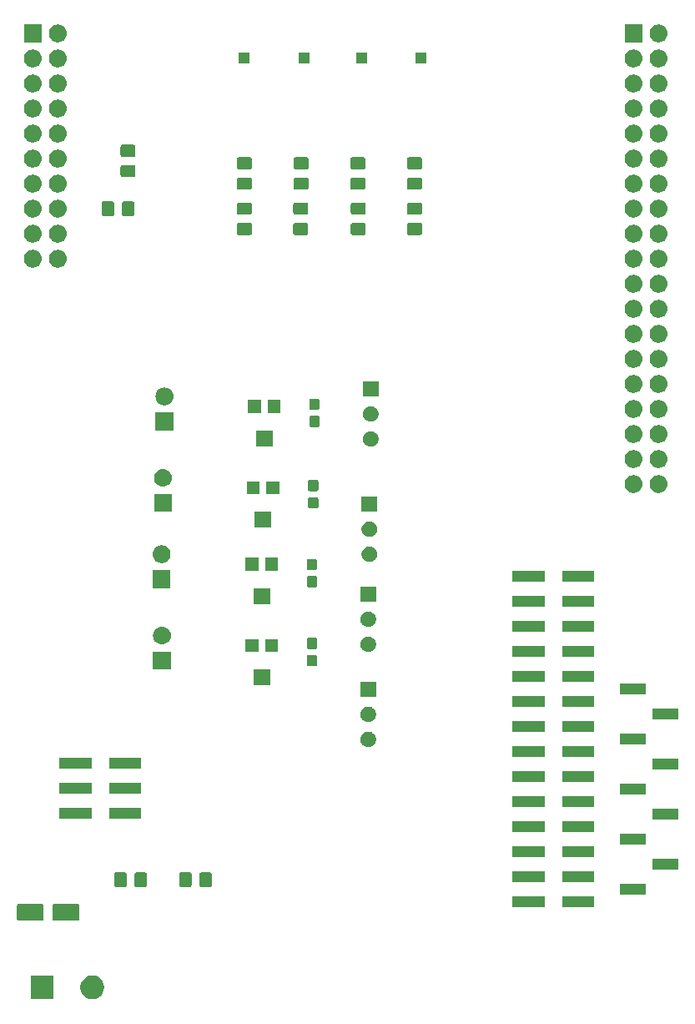
<source format=gbr>
G04 #@! TF.GenerationSoftware,KiCad,Pcbnew,(5.1.2)-2*
G04 #@! TF.CreationDate,2021-06-22T12:17:49+03:00*
G04 #@! TF.ProjectId,extension_board,65787465-6e73-4696-9f6e-5f626f617264,rev?*
G04 #@! TF.SameCoordinates,Original*
G04 #@! TF.FileFunction,Soldermask,Top*
G04 #@! TF.FilePolarity,Negative*
%FSLAX46Y46*%
G04 Gerber Fmt 4.6, Leading zero omitted, Abs format (unit mm)*
G04 Created by KiCad (PCBNEW (5.1.2)-2) date 2021-06-22 12:17:49*
%MOMM*%
%LPD*%
G04 APERTURE LIST*
%ADD10C,0.100000*%
G04 APERTURE END LIST*
D10*
G36*
X88168318Y-142355153D02*
G01*
X88386885Y-142445687D01*
X88386887Y-142445688D01*
X88583593Y-142577122D01*
X88750878Y-142744407D01*
X88882312Y-142941113D01*
X88882313Y-142941115D01*
X88972847Y-143159682D01*
X89019000Y-143391710D01*
X89019000Y-143628290D01*
X88972847Y-143860318D01*
X88882313Y-144078885D01*
X88882312Y-144078887D01*
X88750878Y-144275593D01*
X88583593Y-144442878D01*
X88386887Y-144574312D01*
X88386886Y-144574313D01*
X88386885Y-144574313D01*
X88168318Y-144664847D01*
X87936290Y-144711000D01*
X87699710Y-144711000D01*
X87467682Y-144664847D01*
X87249115Y-144574313D01*
X87249114Y-144574313D01*
X87249113Y-144574312D01*
X87052407Y-144442878D01*
X86885122Y-144275593D01*
X86753688Y-144078887D01*
X86753687Y-144078885D01*
X86663153Y-143860318D01*
X86617000Y-143628290D01*
X86617000Y-143391710D01*
X86663153Y-143159682D01*
X86753687Y-142941115D01*
X86753688Y-142941113D01*
X86885122Y-142744407D01*
X87052407Y-142577122D01*
X87249113Y-142445688D01*
X87249115Y-142445687D01*
X87467682Y-142355153D01*
X87699710Y-142309000D01*
X87936290Y-142309000D01*
X88168318Y-142355153D01*
X88168318Y-142355153D01*
G37*
G36*
X83889000Y-144661000D02*
G01*
X81587000Y-144661000D01*
X81587000Y-142359000D01*
X83889000Y-142359000D01*
X83889000Y-144661000D01*
X83889000Y-144661000D01*
G37*
G36*
X86343997Y-135059051D02*
G01*
X86377652Y-135069261D01*
X86408665Y-135085838D01*
X86435851Y-135108149D01*
X86458162Y-135135335D01*
X86474739Y-135166348D01*
X86484949Y-135200003D01*
X86489000Y-135241138D01*
X86489000Y-136570862D01*
X86484949Y-136611997D01*
X86474739Y-136645652D01*
X86458162Y-136676665D01*
X86435851Y-136703851D01*
X86408665Y-136726162D01*
X86377652Y-136742739D01*
X86343997Y-136752949D01*
X86302862Y-136757000D01*
X83973138Y-136757000D01*
X83932003Y-136752949D01*
X83898348Y-136742739D01*
X83867335Y-136726162D01*
X83840149Y-136703851D01*
X83817838Y-136676665D01*
X83801261Y-136645652D01*
X83791051Y-136611997D01*
X83787000Y-136570862D01*
X83787000Y-135241138D01*
X83791051Y-135200003D01*
X83801261Y-135166348D01*
X83817838Y-135135335D01*
X83840149Y-135108149D01*
X83867335Y-135085838D01*
X83898348Y-135069261D01*
X83932003Y-135059051D01*
X83973138Y-135055000D01*
X86302862Y-135055000D01*
X86343997Y-135059051D01*
X86343997Y-135059051D01*
G37*
G36*
X82743997Y-135059051D02*
G01*
X82777652Y-135069261D01*
X82808665Y-135085838D01*
X82835851Y-135108149D01*
X82858162Y-135135335D01*
X82874739Y-135166348D01*
X82884949Y-135200003D01*
X82889000Y-135241138D01*
X82889000Y-136570862D01*
X82884949Y-136611997D01*
X82874739Y-136645652D01*
X82858162Y-136676665D01*
X82835851Y-136703851D01*
X82808665Y-136726162D01*
X82777652Y-136742739D01*
X82743997Y-136752949D01*
X82702862Y-136757000D01*
X80373138Y-136757000D01*
X80332003Y-136752949D01*
X80298348Y-136742739D01*
X80267335Y-136726162D01*
X80240149Y-136703851D01*
X80217838Y-136676665D01*
X80201261Y-136645652D01*
X80191051Y-136611997D01*
X80187000Y-136570862D01*
X80187000Y-135241138D01*
X80191051Y-135200003D01*
X80201261Y-135166348D01*
X80217838Y-135135335D01*
X80240149Y-135108149D01*
X80267335Y-135085838D01*
X80298348Y-135069261D01*
X80332003Y-135059051D01*
X80373138Y-135055000D01*
X82702862Y-135055000D01*
X82743997Y-135059051D01*
X82743997Y-135059051D01*
G37*
G36*
X138771000Y-135425000D02*
G01*
X135519000Y-135425000D01*
X135519000Y-134323000D01*
X138771000Y-134323000D01*
X138771000Y-135425000D01*
X138771000Y-135425000D01*
G37*
G36*
X133721000Y-135425000D02*
G01*
X130469000Y-135425000D01*
X130469000Y-134323000D01*
X133721000Y-134323000D01*
X133721000Y-135425000D01*
X133721000Y-135425000D01*
G37*
G36*
X143986500Y-134091500D02*
G01*
X141374500Y-134091500D01*
X141374500Y-132989500D01*
X143986500Y-132989500D01*
X143986500Y-134091500D01*
X143986500Y-134091500D01*
G37*
G36*
X99786674Y-131841465D02*
G01*
X99824367Y-131852899D01*
X99859103Y-131871466D01*
X99889548Y-131896452D01*
X99914534Y-131926897D01*
X99933101Y-131961633D01*
X99944535Y-131999326D01*
X99949000Y-132044661D01*
X99949000Y-133131339D01*
X99944535Y-133176674D01*
X99933101Y-133214367D01*
X99914534Y-133249103D01*
X99889548Y-133279548D01*
X99859103Y-133304534D01*
X99824367Y-133323101D01*
X99786674Y-133334535D01*
X99741339Y-133339000D01*
X98904661Y-133339000D01*
X98859326Y-133334535D01*
X98821633Y-133323101D01*
X98786897Y-133304534D01*
X98756452Y-133279548D01*
X98731466Y-133249103D01*
X98712899Y-133214367D01*
X98701465Y-133176674D01*
X98697000Y-133131339D01*
X98697000Y-132044661D01*
X98701465Y-131999326D01*
X98712899Y-131961633D01*
X98731466Y-131926897D01*
X98756452Y-131896452D01*
X98786897Y-131871466D01*
X98821633Y-131852899D01*
X98859326Y-131841465D01*
X98904661Y-131837000D01*
X99741339Y-131837000D01*
X99786674Y-131841465D01*
X99786674Y-131841465D01*
G37*
G36*
X97736674Y-131841465D02*
G01*
X97774367Y-131852899D01*
X97809103Y-131871466D01*
X97839548Y-131896452D01*
X97864534Y-131926897D01*
X97883101Y-131961633D01*
X97894535Y-131999326D01*
X97899000Y-132044661D01*
X97899000Y-133131339D01*
X97894535Y-133176674D01*
X97883101Y-133214367D01*
X97864534Y-133249103D01*
X97839548Y-133279548D01*
X97809103Y-133304534D01*
X97774367Y-133323101D01*
X97736674Y-133334535D01*
X97691339Y-133339000D01*
X96854661Y-133339000D01*
X96809326Y-133334535D01*
X96771633Y-133323101D01*
X96736897Y-133304534D01*
X96706452Y-133279548D01*
X96681466Y-133249103D01*
X96662899Y-133214367D01*
X96651465Y-133176674D01*
X96647000Y-133131339D01*
X96647000Y-132044661D01*
X96651465Y-131999326D01*
X96662899Y-131961633D01*
X96681466Y-131926897D01*
X96706452Y-131896452D01*
X96736897Y-131871466D01*
X96771633Y-131852899D01*
X96809326Y-131841465D01*
X96854661Y-131837000D01*
X97691339Y-131837000D01*
X97736674Y-131841465D01*
X97736674Y-131841465D01*
G37*
G36*
X91141674Y-131841465D02*
G01*
X91179367Y-131852899D01*
X91214103Y-131871466D01*
X91244548Y-131896452D01*
X91269534Y-131926897D01*
X91288101Y-131961633D01*
X91299535Y-131999326D01*
X91304000Y-132044661D01*
X91304000Y-133131339D01*
X91299535Y-133176674D01*
X91288101Y-133214367D01*
X91269534Y-133249103D01*
X91244548Y-133279548D01*
X91214103Y-133304534D01*
X91179367Y-133323101D01*
X91141674Y-133334535D01*
X91096339Y-133339000D01*
X90259661Y-133339000D01*
X90214326Y-133334535D01*
X90176633Y-133323101D01*
X90141897Y-133304534D01*
X90111452Y-133279548D01*
X90086466Y-133249103D01*
X90067899Y-133214367D01*
X90056465Y-133176674D01*
X90052000Y-133131339D01*
X90052000Y-132044661D01*
X90056465Y-131999326D01*
X90067899Y-131961633D01*
X90086466Y-131926897D01*
X90111452Y-131896452D01*
X90141897Y-131871466D01*
X90176633Y-131852899D01*
X90214326Y-131841465D01*
X90259661Y-131837000D01*
X91096339Y-131837000D01*
X91141674Y-131841465D01*
X91141674Y-131841465D01*
G37*
G36*
X93191674Y-131841465D02*
G01*
X93229367Y-131852899D01*
X93264103Y-131871466D01*
X93294548Y-131896452D01*
X93319534Y-131926897D01*
X93338101Y-131961633D01*
X93349535Y-131999326D01*
X93354000Y-132044661D01*
X93354000Y-133131339D01*
X93349535Y-133176674D01*
X93338101Y-133214367D01*
X93319534Y-133249103D01*
X93294548Y-133279548D01*
X93264103Y-133304534D01*
X93229367Y-133323101D01*
X93191674Y-133334535D01*
X93146339Y-133339000D01*
X92309661Y-133339000D01*
X92264326Y-133334535D01*
X92226633Y-133323101D01*
X92191897Y-133304534D01*
X92161452Y-133279548D01*
X92136466Y-133249103D01*
X92117899Y-133214367D01*
X92106465Y-133176674D01*
X92102000Y-133131339D01*
X92102000Y-132044661D01*
X92106465Y-131999326D01*
X92117899Y-131961633D01*
X92136466Y-131926897D01*
X92161452Y-131896452D01*
X92191897Y-131871466D01*
X92226633Y-131852899D01*
X92264326Y-131841465D01*
X92309661Y-131837000D01*
X93146339Y-131837000D01*
X93191674Y-131841465D01*
X93191674Y-131841465D01*
G37*
G36*
X138771000Y-132885000D02*
G01*
X135519000Y-132885000D01*
X135519000Y-131783000D01*
X138771000Y-131783000D01*
X138771000Y-132885000D01*
X138771000Y-132885000D01*
G37*
G36*
X133721000Y-132885000D02*
G01*
X130469000Y-132885000D01*
X130469000Y-131783000D01*
X133721000Y-131783000D01*
X133721000Y-132885000D01*
X133721000Y-132885000D01*
G37*
G36*
X147296500Y-131551500D02*
G01*
X144684500Y-131551500D01*
X144684500Y-130449500D01*
X147296500Y-130449500D01*
X147296500Y-131551500D01*
X147296500Y-131551500D01*
G37*
G36*
X133721000Y-130345000D02*
G01*
X130469000Y-130345000D01*
X130469000Y-129243000D01*
X133721000Y-129243000D01*
X133721000Y-130345000D01*
X133721000Y-130345000D01*
G37*
G36*
X138771000Y-130345000D02*
G01*
X135519000Y-130345000D01*
X135519000Y-129243000D01*
X138771000Y-129243000D01*
X138771000Y-130345000D01*
X138771000Y-130345000D01*
G37*
G36*
X143986500Y-129011500D02*
G01*
X141374500Y-129011500D01*
X141374500Y-127909500D01*
X143986500Y-127909500D01*
X143986500Y-129011500D01*
X143986500Y-129011500D01*
G37*
G36*
X133721000Y-127805000D02*
G01*
X130469000Y-127805000D01*
X130469000Y-126703000D01*
X133721000Y-126703000D01*
X133721000Y-127805000D01*
X133721000Y-127805000D01*
G37*
G36*
X138771000Y-127805000D02*
G01*
X135519000Y-127805000D01*
X135519000Y-126703000D01*
X138771000Y-126703000D01*
X138771000Y-127805000D01*
X138771000Y-127805000D01*
G37*
G36*
X147296500Y-126471500D02*
G01*
X144684500Y-126471500D01*
X144684500Y-125369500D01*
X147296500Y-125369500D01*
X147296500Y-126471500D01*
X147296500Y-126471500D01*
G37*
G36*
X92797000Y-126408000D02*
G01*
X89545000Y-126408000D01*
X89545000Y-125306000D01*
X92797000Y-125306000D01*
X92797000Y-126408000D01*
X92797000Y-126408000D01*
G37*
G36*
X87747000Y-126408000D02*
G01*
X84495000Y-126408000D01*
X84495000Y-125306000D01*
X87747000Y-125306000D01*
X87747000Y-126408000D01*
X87747000Y-126408000D01*
G37*
G36*
X138771000Y-125265000D02*
G01*
X135519000Y-125265000D01*
X135519000Y-124163000D01*
X138771000Y-124163000D01*
X138771000Y-125265000D01*
X138771000Y-125265000D01*
G37*
G36*
X133721000Y-125265000D02*
G01*
X130469000Y-125265000D01*
X130469000Y-124163000D01*
X133721000Y-124163000D01*
X133721000Y-125265000D01*
X133721000Y-125265000D01*
G37*
G36*
X143986500Y-123931500D02*
G01*
X141374500Y-123931500D01*
X141374500Y-122829500D01*
X143986500Y-122829500D01*
X143986500Y-123931500D01*
X143986500Y-123931500D01*
G37*
G36*
X87747000Y-123868000D02*
G01*
X84495000Y-123868000D01*
X84495000Y-122766000D01*
X87747000Y-122766000D01*
X87747000Y-123868000D01*
X87747000Y-123868000D01*
G37*
G36*
X92797000Y-123868000D02*
G01*
X89545000Y-123868000D01*
X89545000Y-122766000D01*
X92797000Y-122766000D01*
X92797000Y-123868000D01*
X92797000Y-123868000D01*
G37*
G36*
X138771000Y-122725000D02*
G01*
X135519000Y-122725000D01*
X135519000Y-121623000D01*
X138771000Y-121623000D01*
X138771000Y-122725000D01*
X138771000Y-122725000D01*
G37*
G36*
X133721000Y-122725000D02*
G01*
X130469000Y-122725000D01*
X130469000Y-121623000D01*
X133721000Y-121623000D01*
X133721000Y-122725000D01*
X133721000Y-122725000D01*
G37*
G36*
X147296500Y-121391500D02*
G01*
X144684500Y-121391500D01*
X144684500Y-120289500D01*
X147296500Y-120289500D01*
X147296500Y-121391500D01*
X147296500Y-121391500D01*
G37*
G36*
X92797000Y-121328000D02*
G01*
X89545000Y-121328000D01*
X89545000Y-120226000D01*
X92797000Y-120226000D01*
X92797000Y-121328000D01*
X92797000Y-121328000D01*
G37*
G36*
X87747000Y-121328000D02*
G01*
X84495000Y-121328000D01*
X84495000Y-120226000D01*
X87747000Y-120226000D01*
X87747000Y-121328000D01*
X87747000Y-121328000D01*
G37*
G36*
X133721000Y-120185000D02*
G01*
X130469000Y-120185000D01*
X130469000Y-119083000D01*
X133721000Y-119083000D01*
X133721000Y-120185000D01*
X133721000Y-120185000D01*
G37*
G36*
X138771000Y-120185000D02*
G01*
X135519000Y-120185000D01*
X135519000Y-119083000D01*
X138771000Y-119083000D01*
X138771000Y-120185000D01*
X138771000Y-120185000D01*
G37*
G36*
X116057642Y-117593781D02*
G01*
X116181295Y-117645000D01*
X116203416Y-117654163D01*
X116334608Y-117741822D01*
X116446178Y-117853392D01*
X116533837Y-117984584D01*
X116533838Y-117984586D01*
X116594219Y-118130358D01*
X116625000Y-118285107D01*
X116625000Y-118442893D01*
X116594219Y-118597642D01*
X116533838Y-118743414D01*
X116533837Y-118743416D01*
X116446178Y-118874608D01*
X116334608Y-118986178D01*
X116203416Y-119073837D01*
X116203415Y-119073838D01*
X116203414Y-119073838D01*
X116057642Y-119134219D01*
X115902893Y-119165000D01*
X115745107Y-119165000D01*
X115590358Y-119134219D01*
X115444586Y-119073838D01*
X115444585Y-119073838D01*
X115444584Y-119073837D01*
X115313392Y-118986178D01*
X115201822Y-118874608D01*
X115114163Y-118743416D01*
X115114162Y-118743414D01*
X115053781Y-118597642D01*
X115023000Y-118442893D01*
X115023000Y-118285107D01*
X115053781Y-118130358D01*
X115114162Y-117984586D01*
X115114163Y-117984584D01*
X115201822Y-117853392D01*
X115313392Y-117741822D01*
X115444584Y-117654163D01*
X115466705Y-117645000D01*
X115590358Y-117593781D01*
X115745107Y-117563000D01*
X115902893Y-117563000D01*
X116057642Y-117593781D01*
X116057642Y-117593781D01*
G37*
G36*
X143986500Y-118851500D02*
G01*
X141374500Y-118851500D01*
X141374500Y-117749500D01*
X143986500Y-117749500D01*
X143986500Y-118851500D01*
X143986500Y-118851500D01*
G37*
G36*
X133721000Y-117645000D02*
G01*
X130469000Y-117645000D01*
X130469000Y-116543000D01*
X133721000Y-116543000D01*
X133721000Y-117645000D01*
X133721000Y-117645000D01*
G37*
G36*
X138771000Y-117645000D02*
G01*
X135519000Y-117645000D01*
X135519000Y-116543000D01*
X138771000Y-116543000D01*
X138771000Y-117645000D01*
X138771000Y-117645000D01*
G37*
G36*
X116057642Y-115053781D02*
G01*
X116181295Y-115105000D01*
X116203416Y-115114163D01*
X116334608Y-115201822D01*
X116446178Y-115313392D01*
X116533837Y-115444584D01*
X116533838Y-115444586D01*
X116594219Y-115590358D01*
X116625000Y-115745107D01*
X116625000Y-115902893D01*
X116594219Y-116057642D01*
X116533838Y-116203414D01*
X116533837Y-116203416D01*
X116446178Y-116334608D01*
X116334608Y-116446178D01*
X116203416Y-116533837D01*
X116203415Y-116533838D01*
X116203414Y-116533838D01*
X116057642Y-116594219D01*
X115902893Y-116625000D01*
X115745107Y-116625000D01*
X115590358Y-116594219D01*
X115444586Y-116533838D01*
X115444585Y-116533838D01*
X115444584Y-116533837D01*
X115313392Y-116446178D01*
X115201822Y-116334608D01*
X115114163Y-116203416D01*
X115114162Y-116203414D01*
X115053781Y-116057642D01*
X115023000Y-115902893D01*
X115023000Y-115745107D01*
X115053781Y-115590358D01*
X115114162Y-115444586D01*
X115114163Y-115444584D01*
X115201822Y-115313392D01*
X115313392Y-115201822D01*
X115444584Y-115114163D01*
X115466705Y-115105000D01*
X115590358Y-115053781D01*
X115745107Y-115023000D01*
X115902893Y-115023000D01*
X116057642Y-115053781D01*
X116057642Y-115053781D01*
G37*
G36*
X147296500Y-116311500D02*
G01*
X144684500Y-116311500D01*
X144684500Y-115209500D01*
X147296500Y-115209500D01*
X147296500Y-116311500D01*
X147296500Y-116311500D01*
G37*
G36*
X133721000Y-115105000D02*
G01*
X130469000Y-115105000D01*
X130469000Y-114003000D01*
X133721000Y-114003000D01*
X133721000Y-115105000D01*
X133721000Y-115105000D01*
G37*
G36*
X138771000Y-115105000D02*
G01*
X135519000Y-115105000D01*
X135519000Y-114003000D01*
X138771000Y-114003000D01*
X138771000Y-115105000D01*
X138771000Y-115105000D01*
G37*
G36*
X116625000Y-114085000D02*
G01*
X115023000Y-114085000D01*
X115023000Y-112483000D01*
X116625000Y-112483000D01*
X116625000Y-114085000D01*
X116625000Y-114085000D01*
G37*
G36*
X143986500Y-113771500D02*
G01*
X141374500Y-113771500D01*
X141374500Y-112669500D01*
X143986500Y-112669500D01*
X143986500Y-113771500D01*
X143986500Y-113771500D01*
G37*
G36*
X105880000Y-112874000D02*
G01*
X104178000Y-112874000D01*
X104178000Y-111272000D01*
X105880000Y-111272000D01*
X105880000Y-112874000D01*
X105880000Y-112874000D01*
G37*
G36*
X138771000Y-112565000D02*
G01*
X135519000Y-112565000D01*
X135519000Y-111463000D01*
X138771000Y-111463000D01*
X138771000Y-112565000D01*
X138771000Y-112565000D01*
G37*
G36*
X133721000Y-112565000D02*
G01*
X130469000Y-112565000D01*
X130469000Y-111463000D01*
X133721000Y-111463000D01*
X133721000Y-112565000D01*
X133721000Y-112565000D01*
G37*
G36*
X95785000Y-111264000D02*
G01*
X93983000Y-111264000D01*
X93983000Y-109462000D01*
X95785000Y-109462000D01*
X95785000Y-111264000D01*
X95785000Y-111264000D01*
G37*
G36*
X110473499Y-109791445D02*
G01*
X110510995Y-109802820D01*
X110545554Y-109821292D01*
X110575847Y-109846153D01*
X110600708Y-109876446D01*
X110619180Y-109911005D01*
X110630555Y-109948501D01*
X110635000Y-109993638D01*
X110635000Y-110732362D01*
X110630555Y-110777499D01*
X110619180Y-110814995D01*
X110600708Y-110849554D01*
X110575847Y-110879847D01*
X110545554Y-110904708D01*
X110510995Y-110923180D01*
X110473499Y-110934555D01*
X110428362Y-110939000D01*
X109789638Y-110939000D01*
X109744501Y-110934555D01*
X109707005Y-110923180D01*
X109672446Y-110904708D01*
X109642153Y-110879847D01*
X109617292Y-110849554D01*
X109598820Y-110814995D01*
X109587445Y-110777499D01*
X109583000Y-110732362D01*
X109583000Y-109993638D01*
X109587445Y-109948501D01*
X109598820Y-109911005D01*
X109617292Y-109876446D01*
X109642153Y-109846153D01*
X109672446Y-109821292D01*
X109707005Y-109802820D01*
X109744501Y-109791445D01*
X109789638Y-109787000D01*
X110428362Y-109787000D01*
X110473499Y-109791445D01*
X110473499Y-109791445D01*
G37*
G36*
X138771000Y-110025000D02*
G01*
X135519000Y-110025000D01*
X135519000Y-108923000D01*
X138771000Y-108923000D01*
X138771000Y-110025000D01*
X138771000Y-110025000D01*
G37*
G36*
X133721000Y-110025000D02*
G01*
X130469000Y-110025000D01*
X130469000Y-108923000D01*
X133721000Y-108923000D01*
X133721000Y-110025000D01*
X133721000Y-110025000D01*
G37*
G36*
X116057642Y-107941781D02*
G01*
X116197289Y-107999625D01*
X116203416Y-108002163D01*
X116334608Y-108089822D01*
X116446178Y-108201392D01*
X116533837Y-108332584D01*
X116533838Y-108332586D01*
X116594219Y-108478358D01*
X116625000Y-108633107D01*
X116625000Y-108790893D01*
X116594219Y-108945642D01*
X116544781Y-109064995D01*
X116533837Y-109091416D01*
X116446178Y-109222608D01*
X116334608Y-109334178D01*
X116203416Y-109421837D01*
X116203415Y-109421838D01*
X116203414Y-109421838D01*
X116057642Y-109482219D01*
X115902893Y-109513000D01*
X115745107Y-109513000D01*
X115590358Y-109482219D01*
X115444586Y-109421838D01*
X115444585Y-109421838D01*
X115444584Y-109421837D01*
X115313392Y-109334178D01*
X115201822Y-109222608D01*
X115114163Y-109091416D01*
X115103219Y-109064995D01*
X115053781Y-108945642D01*
X115023000Y-108790893D01*
X115023000Y-108633107D01*
X115053781Y-108478358D01*
X115114162Y-108332586D01*
X115114163Y-108332584D01*
X115201822Y-108201392D01*
X115313392Y-108089822D01*
X115444584Y-108002163D01*
X115450711Y-107999625D01*
X115590358Y-107941781D01*
X115745107Y-107911000D01*
X115902893Y-107911000D01*
X116057642Y-107941781D01*
X116057642Y-107941781D01*
G37*
G36*
X104680000Y-109474000D02*
G01*
X103378000Y-109474000D01*
X103378000Y-108172000D01*
X104680000Y-108172000D01*
X104680000Y-109474000D01*
X104680000Y-109474000D01*
G37*
G36*
X106680000Y-109474000D02*
G01*
X105378000Y-109474000D01*
X105378000Y-108172000D01*
X106680000Y-108172000D01*
X106680000Y-109474000D01*
X106680000Y-109474000D01*
G37*
G36*
X110473499Y-108041445D02*
G01*
X110510995Y-108052820D01*
X110545554Y-108071292D01*
X110575847Y-108096153D01*
X110600708Y-108126446D01*
X110619180Y-108161005D01*
X110630555Y-108198501D01*
X110635000Y-108243638D01*
X110635000Y-108982362D01*
X110630555Y-109027499D01*
X110619180Y-109064995D01*
X110600708Y-109099554D01*
X110575847Y-109129847D01*
X110545554Y-109154708D01*
X110510995Y-109173180D01*
X110473499Y-109184555D01*
X110428362Y-109189000D01*
X109789638Y-109189000D01*
X109744501Y-109184555D01*
X109707005Y-109173180D01*
X109672446Y-109154708D01*
X109642153Y-109129847D01*
X109617292Y-109099554D01*
X109598820Y-109064995D01*
X109587445Y-109027499D01*
X109583000Y-108982362D01*
X109583000Y-108243638D01*
X109587445Y-108198501D01*
X109598820Y-108161005D01*
X109617292Y-108126446D01*
X109642153Y-108096153D01*
X109672446Y-108071292D01*
X109707005Y-108052820D01*
X109744501Y-108041445D01*
X109789638Y-108037000D01*
X110428362Y-108037000D01*
X110473499Y-108041445D01*
X110473499Y-108041445D01*
G37*
G36*
X94994443Y-106928519D02*
G01*
X95060627Y-106935037D01*
X95230466Y-106986557D01*
X95386991Y-107070222D01*
X95422729Y-107099552D01*
X95524186Y-107182814D01*
X95607448Y-107284271D01*
X95636778Y-107320009D01*
X95720443Y-107476534D01*
X95771963Y-107646373D01*
X95789359Y-107823000D01*
X95771963Y-107999627D01*
X95720443Y-108169466D01*
X95636778Y-108325991D01*
X95607448Y-108361729D01*
X95524186Y-108463186D01*
X95422729Y-108546448D01*
X95386991Y-108575778D01*
X95230466Y-108659443D01*
X95060627Y-108710963D01*
X94994443Y-108717481D01*
X94928260Y-108724000D01*
X94839740Y-108724000D01*
X94773557Y-108717481D01*
X94707373Y-108710963D01*
X94537534Y-108659443D01*
X94381009Y-108575778D01*
X94345271Y-108546448D01*
X94243814Y-108463186D01*
X94160552Y-108361729D01*
X94131222Y-108325991D01*
X94047557Y-108169466D01*
X93996037Y-107999627D01*
X93978641Y-107823000D01*
X93996037Y-107646373D01*
X94047557Y-107476534D01*
X94131222Y-107320009D01*
X94160552Y-107284271D01*
X94243814Y-107182814D01*
X94345271Y-107099552D01*
X94381009Y-107070222D01*
X94537534Y-106986557D01*
X94707373Y-106935037D01*
X94773557Y-106928519D01*
X94839740Y-106922000D01*
X94928260Y-106922000D01*
X94994443Y-106928519D01*
X94994443Y-106928519D01*
G37*
G36*
X133721000Y-107485000D02*
G01*
X130469000Y-107485000D01*
X130469000Y-106383000D01*
X133721000Y-106383000D01*
X133721000Y-107485000D01*
X133721000Y-107485000D01*
G37*
G36*
X138771000Y-107485000D02*
G01*
X135519000Y-107485000D01*
X135519000Y-106383000D01*
X138771000Y-106383000D01*
X138771000Y-107485000D01*
X138771000Y-107485000D01*
G37*
G36*
X116057642Y-105401781D02*
G01*
X116203414Y-105462162D01*
X116203416Y-105462163D01*
X116334608Y-105549822D01*
X116446178Y-105661392D01*
X116533837Y-105792584D01*
X116533838Y-105792586D01*
X116594219Y-105938358D01*
X116625000Y-106093107D01*
X116625000Y-106250893D01*
X116594219Y-106405642D01*
X116533838Y-106551414D01*
X116533837Y-106551416D01*
X116446178Y-106682608D01*
X116334608Y-106794178D01*
X116203416Y-106881837D01*
X116203415Y-106881838D01*
X116203414Y-106881838D01*
X116057642Y-106942219D01*
X115902893Y-106973000D01*
X115745107Y-106973000D01*
X115590358Y-106942219D01*
X115444586Y-106881838D01*
X115444585Y-106881838D01*
X115444584Y-106881837D01*
X115313392Y-106794178D01*
X115201822Y-106682608D01*
X115114163Y-106551416D01*
X115114162Y-106551414D01*
X115053781Y-106405642D01*
X115023000Y-106250893D01*
X115023000Y-106093107D01*
X115053781Y-105938358D01*
X115114162Y-105792586D01*
X115114163Y-105792584D01*
X115201822Y-105661392D01*
X115313392Y-105549822D01*
X115444584Y-105462163D01*
X115444586Y-105462162D01*
X115590358Y-105401781D01*
X115745107Y-105371000D01*
X115902893Y-105371000D01*
X116057642Y-105401781D01*
X116057642Y-105401781D01*
G37*
G36*
X138771000Y-104945000D02*
G01*
X135519000Y-104945000D01*
X135519000Y-103843000D01*
X138771000Y-103843000D01*
X138771000Y-104945000D01*
X138771000Y-104945000D01*
G37*
G36*
X133721000Y-104945000D02*
G01*
X130469000Y-104945000D01*
X130469000Y-103843000D01*
X133721000Y-103843000D01*
X133721000Y-104945000D01*
X133721000Y-104945000D01*
G37*
G36*
X105880000Y-104649000D02*
G01*
X104178000Y-104649000D01*
X104178000Y-103047000D01*
X105880000Y-103047000D01*
X105880000Y-104649000D01*
X105880000Y-104649000D01*
G37*
G36*
X116625000Y-104433000D02*
G01*
X115023000Y-104433000D01*
X115023000Y-102831000D01*
X116625000Y-102831000D01*
X116625000Y-104433000D01*
X116625000Y-104433000D01*
G37*
G36*
X95755000Y-103009000D02*
G01*
X93953000Y-103009000D01*
X93953000Y-101207000D01*
X95755000Y-101207000D01*
X95755000Y-103009000D01*
X95755000Y-103009000D01*
G37*
G36*
X110473499Y-101790445D02*
G01*
X110510995Y-101801820D01*
X110545554Y-101820292D01*
X110575847Y-101845153D01*
X110600708Y-101875446D01*
X110619180Y-101910005D01*
X110630555Y-101947501D01*
X110635000Y-101992638D01*
X110635000Y-102731362D01*
X110630555Y-102776499D01*
X110619180Y-102813995D01*
X110600708Y-102848554D01*
X110575847Y-102878847D01*
X110545554Y-102903708D01*
X110510995Y-102922180D01*
X110473499Y-102933555D01*
X110428362Y-102938000D01*
X109789638Y-102938000D01*
X109744501Y-102933555D01*
X109707005Y-102922180D01*
X109672446Y-102903708D01*
X109642153Y-102878847D01*
X109617292Y-102848554D01*
X109598820Y-102813995D01*
X109587445Y-102776499D01*
X109583000Y-102731362D01*
X109583000Y-101992638D01*
X109587445Y-101947501D01*
X109598820Y-101910005D01*
X109617292Y-101875446D01*
X109642153Y-101845153D01*
X109672446Y-101820292D01*
X109707005Y-101801820D01*
X109744501Y-101790445D01*
X109789638Y-101786000D01*
X110428362Y-101786000D01*
X110473499Y-101790445D01*
X110473499Y-101790445D01*
G37*
G36*
X133721000Y-102405000D02*
G01*
X130469000Y-102405000D01*
X130469000Y-101303000D01*
X133721000Y-101303000D01*
X133721000Y-102405000D01*
X133721000Y-102405000D01*
G37*
G36*
X138771000Y-102405000D02*
G01*
X135519000Y-102405000D01*
X135519000Y-101303000D01*
X138771000Y-101303000D01*
X138771000Y-102405000D01*
X138771000Y-102405000D01*
G37*
G36*
X104680000Y-101249000D02*
G01*
X103378000Y-101249000D01*
X103378000Y-99947000D01*
X104680000Y-99947000D01*
X104680000Y-101249000D01*
X104680000Y-101249000D01*
G37*
G36*
X106680000Y-101249000D02*
G01*
X105378000Y-101249000D01*
X105378000Y-99947000D01*
X106680000Y-99947000D01*
X106680000Y-101249000D01*
X106680000Y-101249000D01*
G37*
G36*
X110473499Y-100040445D02*
G01*
X110510995Y-100051820D01*
X110545554Y-100070292D01*
X110575847Y-100095153D01*
X110600708Y-100125446D01*
X110619180Y-100160005D01*
X110630555Y-100197501D01*
X110635000Y-100242638D01*
X110635000Y-100981362D01*
X110630555Y-101026499D01*
X110619180Y-101063995D01*
X110600708Y-101098554D01*
X110575847Y-101128847D01*
X110545554Y-101153708D01*
X110510995Y-101172180D01*
X110473499Y-101183555D01*
X110428362Y-101188000D01*
X109789638Y-101188000D01*
X109744501Y-101183555D01*
X109707005Y-101172180D01*
X109672446Y-101153708D01*
X109642153Y-101128847D01*
X109617292Y-101098554D01*
X109598820Y-101063995D01*
X109587445Y-101026499D01*
X109583000Y-100981362D01*
X109583000Y-100242638D01*
X109587445Y-100197501D01*
X109598820Y-100160005D01*
X109617292Y-100125446D01*
X109642153Y-100095153D01*
X109672446Y-100070292D01*
X109707005Y-100051820D01*
X109744501Y-100040445D01*
X109789638Y-100036000D01*
X110428362Y-100036000D01*
X110473499Y-100040445D01*
X110473499Y-100040445D01*
G37*
G36*
X94964442Y-98673518D02*
G01*
X95030627Y-98680037D01*
X95200466Y-98731557D01*
X95356991Y-98815222D01*
X95392729Y-98844552D01*
X95494186Y-98927814D01*
X95577448Y-99029271D01*
X95606778Y-99065009D01*
X95690443Y-99221534D01*
X95741963Y-99391373D01*
X95759359Y-99568000D01*
X95741963Y-99744627D01*
X95690443Y-99914466D01*
X95606778Y-100070991D01*
X95577448Y-100106729D01*
X95494186Y-100208186D01*
X95392729Y-100291448D01*
X95356991Y-100320778D01*
X95200466Y-100404443D01*
X95030627Y-100455963D01*
X94964442Y-100462482D01*
X94898260Y-100469000D01*
X94809740Y-100469000D01*
X94743557Y-100462481D01*
X94677373Y-100455963D01*
X94507534Y-100404443D01*
X94351009Y-100320778D01*
X94315271Y-100291448D01*
X94213814Y-100208186D01*
X94130552Y-100106729D01*
X94101222Y-100070991D01*
X94017557Y-99914466D01*
X93966037Y-99744627D01*
X93948641Y-99568000D01*
X93966037Y-99391373D01*
X94017557Y-99221534D01*
X94101222Y-99065009D01*
X94130552Y-99029271D01*
X94213814Y-98927814D01*
X94315271Y-98844552D01*
X94351009Y-98815222D01*
X94507534Y-98731557D01*
X94677373Y-98680037D01*
X94743558Y-98673518D01*
X94809740Y-98667000D01*
X94898260Y-98667000D01*
X94964442Y-98673518D01*
X94964442Y-98673518D01*
G37*
G36*
X116184642Y-98797781D02*
G01*
X116330414Y-98858162D01*
X116330416Y-98858163D01*
X116461608Y-98945822D01*
X116573178Y-99057392D01*
X116660837Y-99188584D01*
X116660838Y-99188586D01*
X116721219Y-99334358D01*
X116752000Y-99489107D01*
X116752000Y-99646893D01*
X116721219Y-99801642D01*
X116661009Y-99947000D01*
X116660837Y-99947416D01*
X116573178Y-100078608D01*
X116461608Y-100190178D01*
X116330416Y-100277837D01*
X116330415Y-100277838D01*
X116330414Y-100277838D01*
X116184642Y-100338219D01*
X116029893Y-100369000D01*
X115872107Y-100369000D01*
X115717358Y-100338219D01*
X115571586Y-100277838D01*
X115571585Y-100277838D01*
X115571584Y-100277837D01*
X115440392Y-100190178D01*
X115328822Y-100078608D01*
X115241163Y-99947416D01*
X115240991Y-99947000D01*
X115180781Y-99801642D01*
X115150000Y-99646893D01*
X115150000Y-99489107D01*
X115180781Y-99334358D01*
X115241162Y-99188586D01*
X115241163Y-99188584D01*
X115328822Y-99057392D01*
X115440392Y-98945822D01*
X115571584Y-98858163D01*
X115571586Y-98858162D01*
X115717358Y-98797781D01*
X115872107Y-98767000D01*
X116029893Y-98767000D01*
X116184642Y-98797781D01*
X116184642Y-98797781D01*
G37*
G36*
X116184642Y-96257781D02*
G01*
X116330414Y-96318162D01*
X116330416Y-96318163D01*
X116461608Y-96405822D01*
X116573178Y-96517392D01*
X116660837Y-96648584D01*
X116660838Y-96648586D01*
X116721219Y-96794358D01*
X116752000Y-96949107D01*
X116752000Y-97106893D01*
X116721219Y-97261642D01*
X116660838Y-97407414D01*
X116660837Y-97407416D01*
X116573178Y-97538608D01*
X116461608Y-97650178D01*
X116330416Y-97737837D01*
X116330415Y-97737838D01*
X116330414Y-97737838D01*
X116184642Y-97798219D01*
X116029893Y-97829000D01*
X115872107Y-97829000D01*
X115717358Y-97798219D01*
X115571586Y-97737838D01*
X115571585Y-97737838D01*
X115571584Y-97737837D01*
X115440392Y-97650178D01*
X115328822Y-97538608D01*
X115241163Y-97407416D01*
X115241162Y-97407414D01*
X115180781Y-97261642D01*
X115150000Y-97106893D01*
X115150000Y-96949107D01*
X115180781Y-96794358D01*
X115241162Y-96648586D01*
X115241163Y-96648584D01*
X115328822Y-96517392D01*
X115440392Y-96405822D01*
X115571584Y-96318163D01*
X115571586Y-96318162D01*
X115717358Y-96257781D01*
X115872107Y-96227000D01*
X116029893Y-96227000D01*
X116184642Y-96257781D01*
X116184642Y-96257781D01*
G37*
G36*
X106007000Y-96872000D02*
G01*
X104305000Y-96872000D01*
X104305000Y-95270000D01*
X106007000Y-95270000D01*
X106007000Y-96872000D01*
X106007000Y-96872000D01*
G37*
G36*
X116752000Y-95289000D02*
G01*
X115150000Y-95289000D01*
X115150000Y-93687000D01*
X116752000Y-93687000D01*
X116752000Y-95289000D01*
X116752000Y-95289000D01*
G37*
G36*
X95897000Y-95262000D02*
G01*
X94095000Y-95262000D01*
X94095000Y-93460000D01*
X95897000Y-93460000D01*
X95897000Y-95262000D01*
X95897000Y-95262000D01*
G37*
G36*
X110600499Y-93789445D02*
G01*
X110637995Y-93800820D01*
X110672554Y-93819292D01*
X110702847Y-93844153D01*
X110727708Y-93874446D01*
X110746180Y-93909005D01*
X110757555Y-93946501D01*
X110762000Y-93991638D01*
X110762000Y-94730362D01*
X110757555Y-94775499D01*
X110746180Y-94812995D01*
X110727708Y-94847554D01*
X110702847Y-94877847D01*
X110672554Y-94902708D01*
X110637995Y-94921180D01*
X110600499Y-94932555D01*
X110555362Y-94937000D01*
X109916638Y-94937000D01*
X109871501Y-94932555D01*
X109834005Y-94921180D01*
X109799446Y-94902708D01*
X109769153Y-94877847D01*
X109744292Y-94847554D01*
X109725820Y-94812995D01*
X109714445Y-94775499D01*
X109710000Y-94730362D01*
X109710000Y-93991638D01*
X109714445Y-93946501D01*
X109725820Y-93909005D01*
X109744292Y-93874446D01*
X109769153Y-93844153D01*
X109799446Y-93819292D01*
X109834005Y-93800820D01*
X109871501Y-93789445D01*
X109916638Y-93785000D01*
X110555362Y-93785000D01*
X110600499Y-93789445D01*
X110600499Y-93789445D01*
G37*
G36*
X104807000Y-93472000D02*
G01*
X103505000Y-93472000D01*
X103505000Y-92170000D01*
X104807000Y-92170000D01*
X104807000Y-93472000D01*
X104807000Y-93472000D01*
G37*
G36*
X106807000Y-93472000D02*
G01*
X105505000Y-93472000D01*
X105505000Y-92170000D01*
X106807000Y-92170000D01*
X106807000Y-93472000D01*
X106807000Y-93472000D01*
G37*
G36*
X145398443Y-91561519D02*
G01*
X145464627Y-91568037D01*
X145634466Y-91619557D01*
X145790991Y-91703222D01*
X145826729Y-91732552D01*
X145928186Y-91815814D01*
X146011448Y-91917271D01*
X146040778Y-91953009D01*
X146124443Y-92109534D01*
X146175963Y-92279373D01*
X146193359Y-92456000D01*
X146175963Y-92632627D01*
X146124443Y-92802466D01*
X146040778Y-92958991D01*
X146027386Y-92975309D01*
X145928186Y-93096186D01*
X145841922Y-93166980D01*
X145790991Y-93208778D01*
X145634466Y-93292443D01*
X145464627Y-93343963D01*
X145398442Y-93350482D01*
X145332260Y-93357000D01*
X145243740Y-93357000D01*
X145177558Y-93350482D01*
X145111373Y-93343963D01*
X144941534Y-93292443D01*
X144785009Y-93208778D01*
X144734078Y-93166980D01*
X144647814Y-93096186D01*
X144548614Y-92975309D01*
X144535222Y-92958991D01*
X144451557Y-92802466D01*
X144400037Y-92632627D01*
X144382641Y-92456000D01*
X144400037Y-92279373D01*
X144451557Y-92109534D01*
X144535222Y-91953009D01*
X144564552Y-91917271D01*
X144647814Y-91815814D01*
X144749271Y-91732552D01*
X144785009Y-91703222D01*
X144941534Y-91619557D01*
X145111373Y-91568037D01*
X145177557Y-91561519D01*
X145243740Y-91555000D01*
X145332260Y-91555000D01*
X145398443Y-91561519D01*
X145398443Y-91561519D01*
G37*
G36*
X142858443Y-91561519D02*
G01*
X142924627Y-91568037D01*
X143094466Y-91619557D01*
X143250991Y-91703222D01*
X143286729Y-91732552D01*
X143388186Y-91815814D01*
X143471448Y-91917271D01*
X143500778Y-91953009D01*
X143584443Y-92109534D01*
X143635963Y-92279373D01*
X143653359Y-92456000D01*
X143635963Y-92632627D01*
X143584443Y-92802466D01*
X143500778Y-92958991D01*
X143487386Y-92975309D01*
X143388186Y-93096186D01*
X143301922Y-93166980D01*
X143250991Y-93208778D01*
X143094466Y-93292443D01*
X142924627Y-93343963D01*
X142858442Y-93350482D01*
X142792260Y-93357000D01*
X142703740Y-93357000D01*
X142637558Y-93350482D01*
X142571373Y-93343963D01*
X142401534Y-93292443D01*
X142245009Y-93208778D01*
X142194078Y-93166980D01*
X142107814Y-93096186D01*
X142008614Y-92975309D01*
X141995222Y-92958991D01*
X141911557Y-92802466D01*
X141860037Y-92632627D01*
X141842641Y-92456000D01*
X141860037Y-92279373D01*
X141911557Y-92109534D01*
X141995222Y-91953009D01*
X142024552Y-91917271D01*
X142107814Y-91815814D01*
X142209271Y-91732552D01*
X142245009Y-91703222D01*
X142401534Y-91619557D01*
X142571373Y-91568037D01*
X142637557Y-91561519D01*
X142703740Y-91555000D01*
X142792260Y-91555000D01*
X142858443Y-91561519D01*
X142858443Y-91561519D01*
G37*
G36*
X110600499Y-92039445D02*
G01*
X110637995Y-92050820D01*
X110672554Y-92069292D01*
X110702847Y-92094153D01*
X110727708Y-92124446D01*
X110746180Y-92159005D01*
X110757555Y-92196501D01*
X110762000Y-92241638D01*
X110762000Y-92980362D01*
X110757555Y-93025499D01*
X110746180Y-93062995D01*
X110727708Y-93097554D01*
X110702847Y-93127847D01*
X110672554Y-93152708D01*
X110637995Y-93171180D01*
X110600499Y-93182555D01*
X110555362Y-93187000D01*
X109916638Y-93187000D01*
X109871501Y-93182555D01*
X109834005Y-93171180D01*
X109799446Y-93152708D01*
X109769153Y-93127847D01*
X109744292Y-93097554D01*
X109725820Y-93062995D01*
X109714445Y-93025499D01*
X109710000Y-92980362D01*
X109710000Y-92241638D01*
X109714445Y-92196501D01*
X109725820Y-92159005D01*
X109744292Y-92124446D01*
X109769153Y-92094153D01*
X109799446Y-92069292D01*
X109834005Y-92050820D01*
X109871501Y-92039445D01*
X109916638Y-92035000D01*
X110555362Y-92035000D01*
X110600499Y-92039445D01*
X110600499Y-92039445D01*
G37*
G36*
X95106443Y-90926519D02*
G01*
X95172627Y-90933037D01*
X95342466Y-90984557D01*
X95498991Y-91068222D01*
X95534729Y-91097552D01*
X95636186Y-91180814D01*
X95719448Y-91282271D01*
X95748778Y-91318009D01*
X95832443Y-91474534D01*
X95883963Y-91644373D01*
X95901359Y-91821000D01*
X95883963Y-91997627D01*
X95832443Y-92167466D01*
X95748778Y-92323991D01*
X95719448Y-92359729D01*
X95636186Y-92461186D01*
X95534729Y-92544448D01*
X95498991Y-92573778D01*
X95342466Y-92657443D01*
X95172627Y-92708963D01*
X95106443Y-92715481D01*
X95040260Y-92722000D01*
X94951740Y-92722000D01*
X94885557Y-92715481D01*
X94819373Y-92708963D01*
X94649534Y-92657443D01*
X94493009Y-92573778D01*
X94457271Y-92544448D01*
X94355814Y-92461186D01*
X94272552Y-92359729D01*
X94243222Y-92323991D01*
X94159557Y-92167466D01*
X94108037Y-91997627D01*
X94090641Y-91821000D01*
X94108037Y-91644373D01*
X94159557Y-91474534D01*
X94243222Y-91318009D01*
X94272552Y-91282271D01*
X94355814Y-91180814D01*
X94457271Y-91097552D01*
X94493009Y-91068222D01*
X94649534Y-90984557D01*
X94819373Y-90933037D01*
X94885557Y-90926519D01*
X94951740Y-90920000D01*
X95040260Y-90920000D01*
X95106443Y-90926519D01*
X95106443Y-90926519D01*
G37*
G36*
X145398442Y-89021518D02*
G01*
X145464627Y-89028037D01*
X145634466Y-89079557D01*
X145790991Y-89163222D01*
X145826729Y-89192552D01*
X145928186Y-89275814D01*
X146011448Y-89377271D01*
X146040778Y-89413009D01*
X146124443Y-89569534D01*
X146175963Y-89739373D01*
X146193359Y-89916000D01*
X146175963Y-90092627D01*
X146124443Y-90262466D01*
X146040778Y-90418991D01*
X146011448Y-90454729D01*
X145928186Y-90556186D01*
X145826729Y-90639448D01*
X145790991Y-90668778D01*
X145634466Y-90752443D01*
X145464627Y-90803963D01*
X145398443Y-90810481D01*
X145332260Y-90817000D01*
X145243740Y-90817000D01*
X145177557Y-90810481D01*
X145111373Y-90803963D01*
X144941534Y-90752443D01*
X144785009Y-90668778D01*
X144749271Y-90639448D01*
X144647814Y-90556186D01*
X144564552Y-90454729D01*
X144535222Y-90418991D01*
X144451557Y-90262466D01*
X144400037Y-90092627D01*
X144382641Y-89916000D01*
X144400037Y-89739373D01*
X144451557Y-89569534D01*
X144535222Y-89413009D01*
X144564552Y-89377271D01*
X144647814Y-89275814D01*
X144749271Y-89192552D01*
X144785009Y-89163222D01*
X144941534Y-89079557D01*
X145111373Y-89028037D01*
X145177558Y-89021518D01*
X145243740Y-89015000D01*
X145332260Y-89015000D01*
X145398442Y-89021518D01*
X145398442Y-89021518D01*
G37*
G36*
X142858442Y-89021518D02*
G01*
X142924627Y-89028037D01*
X143094466Y-89079557D01*
X143250991Y-89163222D01*
X143286729Y-89192552D01*
X143388186Y-89275814D01*
X143471448Y-89377271D01*
X143500778Y-89413009D01*
X143584443Y-89569534D01*
X143635963Y-89739373D01*
X143653359Y-89916000D01*
X143635963Y-90092627D01*
X143584443Y-90262466D01*
X143500778Y-90418991D01*
X143471448Y-90454729D01*
X143388186Y-90556186D01*
X143286729Y-90639448D01*
X143250991Y-90668778D01*
X143094466Y-90752443D01*
X142924627Y-90803963D01*
X142858443Y-90810481D01*
X142792260Y-90817000D01*
X142703740Y-90817000D01*
X142637557Y-90810481D01*
X142571373Y-90803963D01*
X142401534Y-90752443D01*
X142245009Y-90668778D01*
X142209271Y-90639448D01*
X142107814Y-90556186D01*
X142024552Y-90454729D01*
X141995222Y-90418991D01*
X141911557Y-90262466D01*
X141860037Y-90092627D01*
X141842641Y-89916000D01*
X141860037Y-89739373D01*
X141911557Y-89569534D01*
X141995222Y-89413009D01*
X142024552Y-89377271D01*
X142107814Y-89275814D01*
X142209271Y-89192552D01*
X142245009Y-89163222D01*
X142401534Y-89079557D01*
X142571373Y-89028037D01*
X142637558Y-89021518D01*
X142703740Y-89015000D01*
X142792260Y-89015000D01*
X142858442Y-89021518D01*
X142858442Y-89021518D01*
G37*
G36*
X116311642Y-87113781D02*
G01*
X116457414Y-87174162D01*
X116457416Y-87174163D01*
X116588608Y-87261822D01*
X116700178Y-87373392D01*
X116787837Y-87504584D01*
X116787838Y-87504586D01*
X116848219Y-87650358D01*
X116879000Y-87805107D01*
X116879000Y-87962893D01*
X116848219Y-88117642D01*
X116808951Y-88212442D01*
X116787837Y-88263416D01*
X116700178Y-88394608D01*
X116588608Y-88506178D01*
X116457416Y-88593837D01*
X116457415Y-88593838D01*
X116457414Y-88593838D01*
X116311642Y-88654219D01*
X116156893Y-88685000D01*
X115999107Y-88685000D01*
X115844358Y-88654219D01*
X115698586Y-88593838D01*
X115698585Y-88593838D01*
X115698584Y-88593837D01*
X115567392Y-88506178D01*
X115455822Y-88394608D01*
X115368163Y-88263416D01*
X115347049Y-88212442D01*
X115307781Y-88117642D01*
X115277000Y-87962893D01*
X115277000Y-87805107D01*
X115307781Y-87650358D01*
X115368162Y-87504586D01*
X115368163Y-87504584D01*
X115455822Y-87373392D01*
X115567392Y-87261822D01*
X115698584Y-87174163D01*
X115698586Y-87174162D01*
X115844358Y-87113781D01*
X115999107Y-87083000D01*
X116156893Y-87083000D01*
X116311642Y-87113781D01*
X116311642Y-87113781D01*
G37*
G36*
X106134000Y-88632000D02*
G01*
X104432000Y-88632000D01*
X104432000Y-87030000D01*
X106134000Y-87030000D01*
X106134000Y-88632000D01*
X106134000Y-88632000D01*
G37*
G36*
X142858442Y-86481518D02*
G01*
X142924627Y-86488037D01*
X143094466Y-86539557D01*
X143250991Y-86623222D01*
X143268604Y-86637677D01*
X143388186Y-86735814D01*
X143471448Y-86837271D01*
X143500778Y-86873009D01*
X143584443Y-87029534D01*
X143635963Y-87199373D01*
X143653359Y-87376000D01*
X143635963Y-87552627D01*
X143584443Y-87722466D01*
X143500778Y-87878991D01*
X143471448Y-87914729D01*
X143388186Y-88016186D01*
X143286729Y-88099448D01*
X143250991Y-88128778D01*
X143094466Y-88212443D01*
X142924627Y-88263963D01*
X142858442Y-88270482D01*
X142792260Y-88277000D01*
X142703740Y-88277000D01*
X142637558Y-88270482D01*
X142571373Y-88263963D01*
X142401534Y-88212443D01*
X142245009Y-88128778D01*
X142209271Y-88099448D01*
X142107814Y-88016186D01*
X142024552Y-87914729D01*
X141995222Y-87878991D01*
X141911557Y-87722466D01*
X141860037Y-87552627D01*
X141842641Y-87376000D01*
X141860037Y-87199373D01*
X141911557Y-87029534D01*
X141995222Y-86873009D01*
X142024552Y-86837271D01*
X142107814Y-86735814D01*
X142227396Y-86637677D01*
X142245009Y-86623222D01*
X142401534Y-86539557D01*
X142571373Y-86488037D01*
X142637558Y-86481518D01*
X142703740Y-86475000D01*
X142792260Y-86475000D01*
X142858442Y-86481518D01*
X142858442Y-86481518D01*
G37*
G36*
X145398442Y-86481518D02*
G01*
X145464627Y-86488037D01*
X145634466Y-86539557D01*
X145790991Y-86623222D01*
X145808604Y-86637677D01*
X145928186Y-86735814D01*
X146011448Y-86837271D01*
X146040778Y-86873009D01*
X146124443Y-87029534D01*
X146175963Y-87199373D01*
X146193359Y-87376000D01*
X146175963Y-87552627D01*
X146124443Y-87722466D01*
X146040778Y-87878991D01*
X146011448Y-87914729D01*
X145928186Y-88016186D01*
X145826729Y-88099448D01*
X145790991Y-88128778D01*
X145634466Y-88212443D01*
X145464627Y-88263963D01*
X145398442Y-88270482D01*
X145332260Y-88277000D01*
X145243740Y-88277000D01*
X145177558Y-88270482D01*
X145111373Y-88263963D01*
X144941534Y-88212443D01*
X144785009Y-88128778D01*
X144749271Y-88099448D01*
X144647814Y-88016186D01*
X144564552Y-87914729D01*
X144535222Y-87878991D01*
X144451557Y-87722466D01*
X144400037Y-87552627D01*
X144382641Y-87376000D01*
X144400037Y-87199373D01*
X144451557Y-87029534D01*
X144535222Y-86873009D01*
X144564552Y-86837271D01*
X144647814Y-86735814D01*
X144767396Y-86637677D01*
X144785009Y-86623222D01*
X144941534Y-86539557D01*
X145111373Y-86488037D01*
X145177558Y-86481518D01*
X145243740Y-86475000D01*
X145332260Y-86475000D01*
X145398442Y-86481518D01*
X145398442Y-86481518D01*
G37*
G36*
X96039000Y-87007000D02*
G01*
X94237000Y-87007000D01*
X94237000Y-85205000D01*
X96039000Y-85205000D01*
X96039000Y-87007000D01*
X96039000Y-87007000D01*
G37*
G36*
X110727499Y-85534445D02*
G01*
X110764995Y-85545820D01*
X110799554Y-85564292D01*
X110829847Y-85589153D01*
X110854708Y-85619446D01*
X110873180Y-85654005D01*
X110884555Y-85691501D01*
X110889000Y-85736638D01*
X110889000Y-86475362D01*
X110884555Y-86520499D01*
X110873180Y-86557995D01*
X110854708Y-86592554D01*
X110829847Y-86622847D01*
X110799554Y-86647708D01*
X110764995Y-86666180D01*
X110727499Y-86677555D01*
X110682362Y-86682000D01*
X110043638Y-86682000D01*
X109998501Y-86677555D01*
X109961005Y-86666180D01*
X109926446Y-86647708D01*
X109896153Y-86622847D01*
X109871292Y-86592554D01*
X109852820Y-86557995D01*
X109841445Y-86520499D01*
X109837000Y-86475362D01*
X109837000Y-85736638D01*
X109841445Y-85691501D01*
X109852820Y-85654005D01*
X109871292Y-85619446D01*
X109896153Y-85589153D01*
X109926446Y-85564292D01*
X109961005Y-85545820D01*
X109998501Y-85534445D01*
X110043638Y-85530000D01*
X110682362Y-85530000D01*
X110727499Y-85534445D01*
X110727499Y-85534445D01*
G37*
G36*
X116311642Y-84573781D02*
G01*
X116457414Y-84634162D01*
X116457416Y-84634163D01*
X116588608Y-84721822D01*
X116700178Y-84833392D01*
X116762689Y-84926947D01*
X116787838Y-84964586D01*
X116848219Y-85110358D01*
X116879000Y-85265107D01*
X116879000Y-85422893D01*
X116848219Y-85577642D01*
X116787838Y-85723414D01*
X116787837Y-85723416D01*
X116700178Y-85854608D01*
X116588608Y-85966178D01*
X116457416Y-86053837D01*
X116457415Y-86053838D01*
X116457414Y-86053838D01*
X116311642Y-86114219D01*
X116156893Y-86145000D01*
X115999107Y-86145000D01*
X115844358Y-86114219D01*
X115698586Y-86053838D01*
X115698585Y-86053838D01*
X115698584Y-86053837D01*
X115567392Y-85966178D01*
X115455822Y-85854608D01*
X115368163Y-85723416D01*
X115368162Y-85723414D01*
X115307781Y-85577642D01*
X115277000Y-85422893D01*
X115277000Y-85265107D01*
X115307781Y-85110358D01*
X115368162Y-84964586D01*
X115393311Y-84926947D01*
X115455822Y-84833392D01*
X115567392Y-84721822D01*
X115698584Y-84634163D01*
X115698586Y-84634162D01*
X115844358Y-84573781D01*
X115999107Y-84543000D01*
X116156893Y-84543000D01*
X116311642Y-84573781D01*
X116311642Y-84573781D01*
G37*
G36*
X145398265Y-83941501D02*
G01*
X145464627Y-83948037D01*
X145634466Y-83999557D01*
X145790991Y-84083222D01*
X145826729Y-84112552D01*
X145928186Y-84195814D01*
X146011448Y-84297271D01*
X146040778Y-84333009D01*
X146124443Y-84489534D01*
X146175963Y-84659373D01*
X146193359Y-84836000D01*
X146175963Y-85012627D01*
X146124443Y-85182466D01*
X146040778Y-85338991D01*
X146011448Y-85374729D01*
X145928186Y-85476186D01*
X145826729Y-85559448D01*
X145790991Y-85588778D01*
X145634466Y-85672443D01*
X145464627Y-85723963D01*
X145398443Y-85730481D01*
X145332260Y-85737000D01*
X145243740Y-85737000D01*
X145177557Y-85730481D01*
X145111373Y-85723963D01*
X144941534Y-85672443D01*
X144785009Y-85588778D01*
X144749271Y-85559448D01*
X144647814Y-85476186D01*
X144564552Y-85374729D01*
X144535222Y-85338991D01*
X144451557Y-85182466D01*
X144400037Y-85012627D01*
X144382641Y-84836000D01*
X144400037Y-84659373D01*
X144451557Y-84489534D01*
X144535222Y-84333009D01*
X144564552Y-84297271D01*
X144647814Y-84195814D01*
X144749271Y-84112552D01*
X144785009Y-84083222D01*
X144941534Y-83999557D01*
X145111373Y-83948037D01*
X145177735Y-83941501D01*
X145243740Y-83935000D01*
X145332260Y-83935000D01*
X145398265Y-83941501D01*
X145398265Y-83941501D01*
G37*
G36*
X142858265Y-83941501D02*
G01*
X142924627Y-83948037D01*
X143094466Y-83999557D01*
X143250991Y-84083222D01*
X143286729Y-84112552D01*
X143388186Y-84195814D01*
X143471448Y-84297271D01*
X143500778Y-84333009D01*
X143584443Y-84489534D01*
X143635963Y-84659373D01*
X143653359Y-84836000D01*
X143635963Y-85012627D01*
X143584443Y-85182466D01*
X143500778Y-85338991D01*
X143471448Y-85374729D01*
X143388186Y-85476186D01*
X143286729Y-85559448D01*
X143250991Y-85588778D01*
X143094466Y-85672443D01*
X142924627Y-85723963D01*
X142858443Y-85730481D01*
X142792260Y-85737000D01*
X142703740Y-85737000D01*
X142637557Y-85730481D01*
X142571373Y-85723963D01*
X142401534Y-85672443D01*
X142245009Y-85588778D01*
X142209271Y-85559448D01*
X142107814Y-85476186D01*
X142024552Y-85374729D01*
X141995222Y-85338991D01*
X141911557Y-85182466D01*
X141860037Y-85012627D01*
X141842641Y-84836000D01*
X141860037Y-84659373D01*
X141911557Y-84489534D01*
X141995222Y-84333009D01*
X142024552Y-84297271D01*
X142107814Y-84195814D01*
X142209271Y-84112552D01*
X142245009Y-84083222D01*
X142401534Y-83999557D01*
X142571373Y-83948037D01*
X142637735Y-83941501D01*
X142703740Y-83935000D01*
X142792260Y-83935000D01*
X142858265Y-83941501D01*
X142858265Y-83941501D01*
G37*
G36*
X106934000Y-85232000D02*
G01*
X105632000Y-85232000D01*
X105632000Y-83930000D01*
X106934000Y-83930000D01*
X106934000Y-85232000D01*
X106934000Y-85232000D01*
G37*
G36*
X104934000Y-85232000D02*
G01*
X103632000Y-85232000D01*
X103632000Y-83930000D01*
X104934000Y-83930000D01*
X104934000Y-85232000D01*
X104934000Y-85232000D01*
G37*
G36*
X110727499Y-83784445D02*
G01*
X110764995Y-83795820D01*
X110799554Y-83814292D01*
X110829847Y-83839153D01*
X110854708Y-83869446D01*
X110873180Y-83904005D01*
X110884555Y-83941501D01*
X110889000Y-83986638D01*
X110889000Y-84725362D01*
X110884555Y-84770499D01*
X110873180Y-84807995D01*
X110854708Y-84842554D01*
X110829847Y-84872847D01*
X110799554Y-84897708D01*
X110764995Y-84916180D01*
X110727499Y-84927555D01*
X110682362Y-84932000D01*
X110043638Y-84932000D01*
X109998501Y-84927555D01*
X109961005Y-84916180D01*
X109926446Y-84897708D01*
X109896153Y-84872847D01*
X109871292Y-84842554D01*
X109852820Y-84807995D01*
X109841445Y-84770499D01*
X109837000Y-84725362D01*
X109837000Y-83986638D01*
X109841445Y-83941501D01*
X109852820Y-83904005D01*
X109871292Y-83869446D01*
X109896153Y-83839153D01*
X109926446Y-83814292D01*
X109961005Y-83795820D01*
X109998501Y-83784445D01*
X110043638Y-83780000D01*
X110682362Y-83780000D01*
X110727499Y-83784445D01*
X110727499Y-83784445D01*
G37*
G36*
X95248442Y-82671518D02*
G01*
X95314627Y-82678037D01*
X95484466Y-82729557D01*
X95640991Y-82813222D01*
X95676729Y-82842552D01*
X95778186Y-82925814D01*
X95861448Y-83027271D01*
X95890778Y-83063009D01*
X95974443Y-83219534D01*
X96025963Y-83389373D01*
X96043359Y-83566000D01*
X96025963Y-83742627D01*
X95974443Y-83912466D01*
X95890778Y-84068991D01*
X95861448Y-84104729D01*
X95778186Y-84206186D01*
X95676729Y-84289448D01*
X95640991Y-84318778D01*
X95484466Y-84402443D01*
X95314627Y-84453963D01*
X95248443Y-84460481D01*
X95182260Y-84467000D01*
X95093740Y-84467000D01*
X95027557Y-84460481D01*
X94961373Y-84453963D01*
X94791534Y-84402443D01*
X94635009Y-84318778D01*
X94599271Y-84289448D01*
X94497814Y-84206186D01*
X94414552Y-84104729D01*
X94385222Y-84068991D01*
X94301557Y-83912466D01*
X94250037Y-83742627D01*
X94232641Y-83566000D01*
X94250037Y-83389373D01*
X94301557Y-83219534D01*
X94385222Y-83063009D01*
X94414552Y-83027271D01*
X94497814Y-82925814D01*
X94599271Y-82842552D01*
X94635009Y-82813222D01*
X94791534Y-82729557D01*
X94961373Y-82678037D01*
X95027558Y-82671518D01*
X95093740Y-82665000D01*
X95182260Y-82665000D01*
X95248442Y-82671518D01*
X95248442Y-82671518D01*
G37*
G36*
X116879000Y-83605000D02*
G01*
X115277000Y-83605000D01*
X115277000Y-82003000D01*
X116879000Y-82003000D01*
X116879000Y-83605000D01*
X116879000Y-83605000D01*
G37*
G36*
X142858443Y-81401519D02*
G01*
X142924627Y-81408037D01*
X143094466Y-81459557D01*
X143250991Y-81543222D01*
X143286729Y-81572552D01*
X143388186Y-81655814D01*
X143471448Y-81757271D01*
X143500778Y-81793009D01*
X143584443Y-81949534D01*
X143635963Y-82119373D01*
X143653359Y-82296000D01*
X143635963Y-82472627D01*
X143584443Y-82642466D01*
X143500778Y-82798991D01*
X143471448Y-82834729D01*
X143388186Y-82936186D01*
X143286729Y-83019448D01*
X143250991Y-83048778D01*
X143094466Y-83132443D01*
X142924627Y-83183963D01*
X142858442Y-83190482D01*
X142792260Y-83197000D01*
X142703740Y-83197000D01*
X142637558Y-83190482D01*
X142571373Y-83183963D01*
X142401534Y-83132443D01*
X142245009Y-83048778D01*
X142209271Y-83019448D01*
X142107814Y-82936186D01*
X142024552Y-82834729D01*
X141995222Y-82798991D01*
X141911557Y-82642466D01*
X141860037Y-82472627D01*
X141842641Y-82296000D01*
X141860037Y-82119373D01*
X141911557Y-81949534D01*
X141995222Y-81793009D01*
X142024552Y-81757271D01*
X142107814Y-81655814D01*
X142209271Y-81572552D01*
X142245009Y-81543222D01*
X142401534Y-81459557D01*
X142571373Y-81408037D01*
X142637557Y-81401519D01*
X142703740Y-81395000D01*
X142792260Y-81395000D01*
X142858443Y-81401519D01*
X142858443Y-81401519D01*
G37*
G36*
X145398443Y-81401519D02*
G01*
X145464627Y-81408037D01*
X145634466Y-81459557D01*
X145790991Y-81543222D01*
X145826729Y-81572552D01*
X145928186Y-81655814D01*
X146011448Y-81757271D01*
X146040778Y-81793009D01*
X146124443Y-81949534D01*
X146175963Y-82119373D01*
X146193359Y-82296000D01*
X146175963Y-82472627D01*
X146124443Y-82642466D01*
X146040778Y-82798991D01*
X146011448Y-82834729D01*
X145928186Y-82936186D01*
X145826729Y-83019448D01*
X145790991Y-83048778D01*
X145634466Y-83132443D01*
X145464627Y-83183963D01*
X145398442Y-83190482D01*
X145332260Y-83197000D01*
X145243740Y-83197000D01*
X145177558Y-83190482D01*
X145111373Y-83183963D01*
X144941534Y-83132443D01*
X144785009Y-83048778D01*
X144749271Y-83019448D01*
X144647814Y-82936186D01*
X144564552Y-82834729D01*
X144535222Y-82798991D01*
X144451557Y-82642466D01*
X144400037Y-82472627D01*
X144382641Y-82296000D01*
X144400037Y-82119373D01*
X144451557Y-81949534D01*
X144535222Y-81793009D01*
X144564552Y-81757271D01*
X144647814Y-81655814D01*
X144749271Y-81572552D01*
X144785009Y-81543222D01*
X144941534Y-81459557D01*
X145111373Y-81408037D01*
X145177557Y-81401519D01*
X145243740Y-81395000D01*
X145332260Y-81395000D01*
X145398443Y-81401519D01*
X145398443Y-81401519D01*
G37*
G36*
X145398443Y-78861519D02*
G01*
X145464627Y-78868037D01*
X145634466Y-78919557D01*
X145790991Y-79003222D01*
X145826729Y-79032552D01*
X145928186Y-79115814D01*
X146011448Y-79217271D01*
X146040778Y-79253009D01*
X146124443Y-79409534D01*
X146175963Y-79579373D01*
X146193359Y-79756000D01*
X146175963Y-79932627D01*
X146124443Y-80102466D01*
X146040778Y-80258991D01*
X146011448Y-80294729D01*
X145928186Y-80396186D01*
X145826729Y-80479448D01*
X145790991Y-80508778D01*
X145634466Y-80592443D01*
X145464627Y-80643963D01*
X145398443Y-80650481D01*
X145332260Y-80657000D01*
X145243740Y-80657000D01*
X145177557Y-80650481D01*
X145111373Y-80643963D01*
X144941534Y-80592443D01*
X144785009Y-80508778D01*
X144749271Y-80479448D01*
X144647814Y-80396186D01*
X144564552Y-80294729D01*
X144535222Y-80258991D01*
X144451557Y-80102466D01*
X144400037Y-79932627D01*
X144382641Y-79756000D01*
X144400037Y-79579373D01*
X144451557Y-79409534D01*
X144535222Y-79253009D01*
X144564552Y-79217271D01*
X144647814Y-79115814D01*
X144749271Y-79032552D01*
X144785009Y-79003222D01*
X144941534Y-78919557D01*
X145111373Y-78868037D01*
X145177557Y-78861519D01*
X145243740Y-78855000D01*
X145332260Y-78855000D01*
X145398443Y-78861519D01*
X145398443Y-78861519D01*
G37*
G36*
X142858443Y-78861519D02*
G01*
X142924627Y-78868037D01*
X143094466Y-78919557D01*
X143250991Y-79003222D01*
X143286729Y-79032552D01*
X143388186Y-79115814D01*
X143471448Y-79217271D01*
X143500778Y-79253009D01*
X143584443Y-79409534D01*
X143635963Y-79579373D01*
X143653359Y-79756000D01*
X143635963Y-79932627D01*
X143584443Y-80102466D01*
X143500778Y-80258991D01*
X143471448Y-80294729D01*
X143388186Y-80396186D01*
X143286729Y-80479448D01*
X143250991Y-80508778D01*
X143094466Y-80592443D01*
X142924627Y-80643963D01*
X142858443Y-80650481D01*
X142792260Y-80657000D01*
X142703740Y-80657000D01*
X142637557Y-80650481D01*
X142571373Y-80643963D01*
X142401534Y-80592443D01*
X142245009Y-80508778D01*
X142209271Y-80479448D01*
X142107814Y-80396186D01*
X142024552Y-80294729D01*
X141995222Y-80258991D01*
X141911557Y-80102466D01*
X141860037Y-79932627D01*
X141842641Y-79756000D01*
X141860037Y-79579373D01*
X141911557Y-79409534D01*
X141995222Y-79253009D01*
X142024552Y-79217271D01*
X142107814Y-79115814D01*
X142209271Y-79032552D01*
X142245009Y-79003222D01*
X142401534Y-78919557D01*
X142571373Y-78868037D01*
X142637557Y-78861519D01*
X142703740Y-78855000D01*
X142792260Y-78855000D01*
X142858443Y-78861519D01*
X142858443Y-78861519D01*
G37*
G36*
X145398442Y-76321518D02*
G01*
X145464627Y-76328037D01*
X145634466Y-76379557D01*
X145790991Y-76463222D01*
X145826729Y-76492552D01*
X145928186Y-76575814D01*
X146011448Y-76677271D01*
X146040778Y-76713009D01*
X146124443Y-76869534D01*
X146175963Y-77039373D01*
X146193359Y-77216000D01*
X146175963Y-77392627D01*
X146124443Y-77562466D01*
X146040778Y-77718991D01*
X146011448Y-77754729D01*
X145928186Y-77856186D01*
X145826729Y-77939448D01*
X145790991Y-77968778D01*
X145634466Y-78052443D01*
X145464627Y-78103963D01*
X145398442Y-78110482D01*
X145332260Y-78117000D01*
X145243740Y-78117000D01*
X145177558Y-78110482D01*
X145111373Y-78103963D01*
X144941534Y-78052443D01*
X144785009Y-77968778D01*
X144749271Y-77939448D01*
X144647814Y-77856186D01*
X144564552Y-77754729D01*
X144535222Y-77718991D01*
X144451557Y-77562466D01*
X144400037Y-77392627D01*
X144382641Y-77216000D01*
X144400037Y-77039373D01*
X144451557Y-76869534D01*
X144535222Y-76713009D01*
X144564552Y-76677271D01*
X144647814Y-76575814D01*
X144749271Y-76492552D01*
X144785009Y-76463222D01*
X144941534Y-76379557D01*
X145111373Y-76328037D01*
X145177558Y-76321518D01*
X145243740Y-76315000D01*
X145332260Y-76315000D01*
X145398442Y-76321518D01*
X145398442Y-76321518D01*
G37*
G36*
X142858442Y-76321518D02*
G01*
X142924627Y-76328037D01*
X143094466Y-76379557D01*
X143250991Y-76463222D01*
X143286729Y-76492552D01*
X143388186Y-76575814D01*
X143471448Y-76677271D01*
X143500778Y-76713009D01*
X143584443Y-76869534D01*
X143635963Y-77039373D01*
X143653359Y-77216000D01*
X143635963Y-77392627D01*
X143584443Y-77562466D01*
X143500778Y-77718991D01*
X143471448Y-77754729D01*
X143388186Y-77856186D01*
X143286729Y-77939448D01*
X143250991Y-77968778D01*
X143094466Y-78052443D01*
X142924627Y-78103963D01*
X142858442Y-78110482D01*
X142792260Y-78117000D01*
X142703740Y-78117000D01*
X142637558Y-78110482D01*
X142571373Y-78103963D01*
X142401534Y-78052443D01*
X142245009Y-77968778D01*
X142209271Y-77939448D01*
X142107814Y-77856186D01*
X142024552Y-77754729D01*
X141995222Y-77718991D01*
X141911557Y-77562466D01*
X141860037Y-77392627D01*
X141842641Y-77216000D01*
X141860037Y-77039373D01*
X141911557Y-76869534D01*
X141995222Y-76713009D01*
X142024552Y-76677271D01*
X142107814Y-76575814D01*
X142209271Y-76492552D01*
X142245009Y-76463222D01*
X142401534Y-76379557D01*
X142571373Y-76328037D01*
X142637558Y-76321518D01*
X142703740Y-76315000D01*
X142792260Y-76315000D01*
X142858442Y-76321518D01*
X142858442Y-76321518D01*
G37*
G36*
X142858443Y-73781519D02*
G01*
X142924627Y-73788037D01*
X143094466Y-73839557D01*
X143250991Y-73923222D01*
X143286729Y-73952552D01*
X143388186Y-74035814D01*
X143471448Y-74137271D01*
X143500778Y-74173009D01*
X143584443Y-74329534D01*
X143635963Y-74499373D01*
X143653359Y-74676000D01*
X143635963Y-74852627D01*
X143584443Y-75022466D01*
X143500778Y-75178991D01*
X143471448Y-75214729D01*
X143388186Y-75316186D01*
X143286729Y-75399448D01*
X143250991Y-75428778D01*
X143094466Y-75512443D01*
X142924627Y-75563963D01*
X142858443Y-75570481D01*
X142792260Y-75577000D01*
X142703740Y-75577000D01*
X142637557Y-75570481D01*
X142571373Y-75563963D01*
X142401534Y-75512443D01*
X142245009Y-75428778D01*
X142209271Y-75399448D01*
X142107814Y-75316186D01*
X142024552Y-75214729D01*
X141995222Y-75178991D01*
X141911557Y-75022466D01*
X141860037Y-74852627D01*
X141842641Y-74676000D01*
X141860037Y-74499373D01*
X141911557Y-74329534D01*
X141995222Y-74173009D01*
X142024552Y-74137271D01*
X142107814Y-74035814D01*
X142209271Y-73952552D01*
X142245009Y-73923222D01*
X142401534Y-73839557D01*
X142571373Y-73788037D01*
X142637557Y-73781519D01*
X142703740Y-73775000D01*
X142792260Y-73775000D01*
X142858443Y-73781519D01*
X142858443Y-73781519D01*
G37*
G36*
X145398443Y-73781519D02*
G01*
X145464627Y-73788037D01*
X145634466Y-73839557D01*
X145790991Y-73923222D01*
X145826729Y-73952552D01*
X145928186Y-74035814D01*
X146011448Y-74137271D01*
X146040778Y-74173009D01*
X146124443Y-74329534D01*
X146175963Y-74499373D01*
X146193359Y-74676000D01*
X146175963Y-74852627D01*
X146124443Y-75022466D01*
X146040778Y-75178991D01*
X146011448Y-75214729D01*
X145928186Y-75316186D01*
X145826729Y-75399448D01*
X145790991Y-75428778D01*
X145634466Y-75512443D01*
X145464627Y-75563963D01*
X145398443Y-75570481D01*
X145332260Y-75577000D01*
X145243740Y-75577000D01*
X145177557Y-75570481D01*
X145111373Y-75563963D01*
X144941534Y-75512443D01*
X144785009Y-75428778D01*
X144749271Y-75399448D01*
X144647814Y-75316186D01*
X144564552Y-75214729D01*
X144535222Y-75178991D01*
X144451557Y-75022466D01*
X144400037Y-74852627D01*
X144382641Y-74676000D01*
X144400037Y-74499373D01*
X144451557Y-74329534D01*
X144535222Y-74173009D01*
X144564552Y-74137271D01*
X144647814Y-74035814D01*
X144749271Y-73952552D01*
X144785009Y-73923222D01*
X144941534Y-73839557D01*
X145111373Y-73788037D01*
X145177557Y-73781519D01*
X145243740Y-73775000D01*
X145332260Y-73775000D01*
X145398443Y-73781519D01*
X145398443Y-73781519D01*
G37*
G36*
X142858443Y-71241519D02*
G01*
X142924627Y-71248037D01*
X143094466Y-71299557D01*
X143250991Y-71383222D01*
X143286729Y-71412552D01*
X143388186Y-71495814D01*
X143471448Y-71597271D01*
X143500778Y-71633009D01*
X143584443Y-71789534D01*
X143635963Y-71959373D01*
X143653359Y-72136000D01*
X143635963Y-72312627D01*
X143584443Y-72482466D01*
X143500778Y-72638991D01*
X143471448Y-72674729D01*
X143388186Y-72776186D01*
X143286729Y-72859448D01*
X143250991Y-72888778D01*
X143094466Y-72972443D01*
X142924627Y-73023963D01*
X142858443Y-73030481D01*
X142792260Y-73037000D01*
X142703740Y-73037000D01*
X142637557Y-73030481D01*
X142571373Y-73023963D01*
X142401534Y-72972443D01*
X142245009Y-72888778D01*
X142209271Y-72859448D01*
X142107814Y-72776186D01*
X142024552Y-72674729D01*
X141995222Y-72638991D01*
X141911557Y-72482466D01*
X141860037Y-72312627D01*
X141842641Y-72136000D01*
X141860037Y-71959373D01*
X141911557Y-71789534D01*
X141995222Y-71633009D01*
X142024552Y-71597271D01*
X142107814Y-71495814D01*
X142209271Y-71412552D01*
X142245009Y-71383222D01*
X142401534Y-71299557D01*
X142571373Y-71248037D01*
X142637557Y-71241519D01*
X142703740Y-71235000D01*
X142792260Y-71235000D01*
X142858443Y-71241519D01*
X142858443Y-71241519D01*
G37*
G36*
X145398443Y-71241519D02*
G01*
X145464627Y-71248037D01*
X145634466Y-71299557D01*
X145790991Y-71383222D01*
X145826729Y-71412552D01*
X145928186Y-71495814D01*
X146011448Y-71597271D01*
X146040778Y-71633009D01*
X146124443Y-71789534D01*
X146175963Y-71959373D01*
X146193359Y-72136000D01*
X146175963Y-72312627D01*
X146124443Y-72482466D01*
X146040778Y-72638991D01*
X146011448Y-72674729D01*
X145928186Y-72776186D01*
X145826729Y-72859448D01*
X145790991Y-72888778D01*
X145634466Y-72972443D01*
X145464627Y-73023963D01*
X145398443Y-73030481D01*
X145332260Y-73037000D01*
X145243740Y-73037000D01*
X145177557Y-73030481D01*
X145111373Y-73023963D01*
X144941534Y-72972443D01*
X144785009Y-72888778D01*
X144749271Y-72859448D01*
X144647814Y-72776186D01*
X144564552Y-72674729D01*
X144535222Y-72638991D01*
X144451557Y-72482466D01*
X144400037Y-72312627D01*
X144382641Y-72136000D01*
X144400037Y-71959373D01*
X144451557Y-71789534D01*
X144535222Y-71633009D01*
X144564552Y-71597271D01*
X144647814Y-71495814D01*
X144749271Y-71412552D01*
X144785009Y-71383222D01*
X144941534Y-71299557D01*
X145111373Y-71248037D01*
X145177557Y-71241519D01*
X145243740Y-71235000D01*
X145332260Y-71235000D01*
X145398443Y-71241519D01*
X145398443Y-71241519D01*
G37*
G36*
X145398443Y-68701519D02*
G01*
X145464627Y-68708037D01*
X145634466Y-68759557D01*
X145790991Y-68843222D01*
X145826729Y-68872552D01*
X145928186Y-68955814D01*
X146011448Y-69057271D01*
X146040778Y-69093009D01*
X146124443Y-69249534D01*
X146175963Y-69419373D01*
X146193359Y-69596000D01*
X146175963Y-69772627D01*
X146124443Y-69942466D01*
X146040778Y-70098991D01*
X146011448Y-70134729D01*
X145928186Y-70236186D01*
X145826729Y-70319448D01*
X145790991Y-70348778D01*
X145634466Y-70432443D01*
X145464627Y-70483963D01*
X145398443Y-70490481D01*
X145332260Y-70497000D01*
X145243740Y-70497000D01*
X145177557Y-70490481D01*
X145111373Y-70483963D01*
X144941534Y-70432443D01*
X144785009Y-70348778D01*
X144749271Y-70319448D01*
X144647814Y-70236186D01*
X144564552Y-70134729D01*
X144535222Y-70098991D01*
X144451557Y-69942466D01*
X144400037Y-69772627D01*
X144382641Y-69596000D01*
X144400037Y-69419373D01*
X144451557Y-69249534D01*
X144535222Y-69093009D01*
X144564552Y-69057271D01*
X144647814Y-68955814D01*
X144749271Y-68872552D01*
X144785009Y-68843222D01*
X144941534Y-68759557D01*
X145111373Y-68708037D01*
X145177557Y-68701519D01*
X145243740Y-68695000D01*
X145332260Y-68695000D01*
X145398443Y-68701519D01*
X145398443Y-68701519D01*
G37*
G36*
X142858443Y-68701519D02*
G01*
X142924627Y-68708037D01*
X143094466Y-68759557D01*
X143250991Y-68843222D01*
X143286729Y-68872552D01*
X143388186Y-68955814D01*
X143471448Y-69057271D01*
X143500778Y-69093009D01*
X143584443Y-69249534D01*
X143635963Y-69419373D01*
X143653359Y-69596000D01*
X143635963Y-69772627D01*
X143584443Y-69942466D01*
X143500778Y-70098991D01*
X143471448Y-70134729D01*
X143388186Y-70236186D01*
X143286729Y-70319448D01*
X143250991Y-70348778D01*
X143094466Y-70432443D01*
X142924627Y-70483963D01*
X142858443Y-70490481D01*
X142792260Y-70497000D01*
X142703740Y-70497000D01*
X142637557Y-70490481D01*
X142571373Y-70483963D01*
X142401534Y-70432443D01*
X142245009Y-70348778D01*
X142209271Y-70319448D01*
X142107814Y-70236186D01*
X142024552Y-70134729D01*
X141995222Y-70098991D01*
X141911557Y-69942466D01*
X141860037Y-69772627D01*
X141842641Y-69596000D01*
X141860037Y-69419373D01*
X141911557Y-69249534D01*
X141995222Y-69093009D01*
X142024552Y-69057271D01*
X142107814Y-68955814D01*
X142209271Y-68872552D01*
X142245009Y-68843222D01*
X142401534Y-68759557D01*
X142571373Y-68708037D01*
X142637557Y-68701519D01*
X142703740Y-68695000D01*
X142792260Y-68695000D01*
X142858443Y-68701519D01*
X142858443Y-68701519D01*
G37*
G36*
X84438443Y-68701519D02*
G01*
X84504627Y-68708037D01*
X84674466Y-68759557D01*
X84830991Y-68843222D01*
X84866729Y-68872552D01*
X84968186Y-68955814D01*
X85051448Y-69057271D01*
X85080778Y-69093009D01*
X85164443Y-69249534D01*
X85215963Y-69419373D01*
X85233359Y-69596000D01*
X85215963Y-69772627D01*
X85164443Y-69942466D01*
X85080778Y-70098991D01*
X85051448Y-70134729D01*
X84968186Y-70236186D01*
X84866729Y-70319448D01*
X84830991Y-70348778D01*
X84674466Y-70432443D01*
X84504627Y-70483963D01*
X84438443Y-70490481D01*
X84372260Y-70497000D01*
X84283740Y-70497000D01*
X84217557Y-70490481D01*
X84151373Y-70483963D01*
X83981534Y-70432443D01*
X83825009Y-70348778D01*
X83789271Y-70319448D01*
X83687814Y-70236186D01*
X83604552Y-70134729D01*
X83575222Y-70098991D01*
X83491557Y-69942466D01*
X83440037Y-69772627D01*
X83422641Y-69596000D01*
X83440037Y-69419373D01*
X83491557Y-69249534D01*
X83575222Y-69093009D01*
X83604552Y-69057271D01*
X83687814Y-68955814D01*
X83789271Y-68872552D01*
X83825009Y-68843222D01*
X83981534Y-68759557D01*
X84151373Y-68708037D01*
X84217557Y-68701519D01*
X84283740Y-68695000D01*
X84372260Y-68695000D01*
X84438443Y-68701519D01*
X84438443Y-68701519D01*
G37*
G36*
X81898443Y-68701519D02*
G01*
X81964627Y-68708037D01*
X82134466Y-68759557D01*
X82290991Y-68843222D01*
X82326729Y-68872552D01*
X82428186Y-68955814D01*
X82511448Y-69057271D01*
X82540778Y-69093009D01*
X82624443Y-69249534D01*
X82675963Y-69419373D01*
X82693359Y-69596000D01*
X82675963Y-69772627D01*
X82624443Y-69942466D01*
X82540778Y-70098991D01*
X82511448Y-70134729D01*
X82428186Y-70236186D01*
X82326729Y-70319448D01*
X82290991Y-70348778D01*
X82134466Y-70432443D01*
X81964627Y-70483963D01*
X81898443Y-70490481D01*
X81832260Y-70497000D01*
X81743740Y-70497000D01*
X81677557Y-70490481D01*
X81611373Y-70483963D01*
X81441534Y-70432443D01*
X81285009Y-70348778D01*
X81249271Y-70319448D01*
X81147814Y-70236186D01*
X81064552Y-70134729D01*
X81035222Y-70098991D01*
X80951557Y-69942466D01*
X80900037Y-69772627D01*
X80882641Y-69596000D01*
X80900037Y-69419373D01*
X80951557Y-69249534D01*
X81035222Y-69093009D01*
X81064552Y-69057271D01*
X81147814Y-68955814D01*
X81249271Y-68872552D01*
X81285009Y-68843222D01*
X81441534Y-68759557D01*
X81611373Y-68708037D01*
X81677557Y-68701519D01*
X81743740Y-68695000D01*
X81832260Y-68695000D01*
X81898443Y-68701519D01*
X81898443Y-68701519D01*
G37*
G36*
X81898442Y-66161518D02*
G01*
X81964627Y-66168037D01*
X82134466Y-66219557D01*
X82290991Y-66303222D01*
X82326729Y-66332552D01*
X82428186Y-66415814D01*
X82511448Y-66517271D01*
X82540778Y-66553009D01*
X82624443Y-66709534D01*
X82675963Y-66879373D01*
X82693359Y-67056000D01*
X82675963Y-67232627D01*
X82624443Y-67402466D01*
X82540778Y-67558991D01*
X82511448Y-67594729D01*
X82428186Y-67696186D01*
X82326729Y-67779448D01*
X82290991Y-67808778D01*
X82134466Y-67892443D01*
X81964627Y-67943963D01*
X81898442Y-67950482D01*
X81832260Y-67957000D01*
X81743740Y-67957000D01*
X81677558Y-67950482D01*
X81611373Y-67943963D01*
X81441534Y-67892443D01*
X81285009Y-67808778D01*
X81249271Y-67779448D01*
X81147814Y-67696186D01*
X81064552Y-67594729D01*
X81035222Y-67558991D01*
X80951557Y-67402466D01*
X80900037Y-67232627D01*
X80882641Y-67056000D01*
X80900037Y-66879373D01*
X80951557Y-66709534D01*
X81035222Y-66553009D01*
X81064552Y-66517271D01*
X81147814Y-66415814D01*
X81249271Y-66332552D01*
X81285009Y-66303222D01*
X81441534Y-66219557D01*
X81611373Y-66168037D01*
X81677558Y-66161518D01*
X81743740Y-66155000D01*
X81832260Y-66155000D01*
X81898442Y-66161518D01*
X81898442Y-66161518D01*
G37*
G36*
X84438442Y-66161518D02*
G01*
X84504627Y-66168037D01*
X84674466Y-66219557D01*
X84830991Y-66303222D01*
X84866729Y-66332552D01*
X84968186Y-66415814D01*
X85051448Y-66517271D01*
X85080778Y-66553009D01*
X85164443Y-66709534D01*
X85215963Y-66879373D01*
X85233359Y-67056000D01*
X85215963Y-67232627D01*
X85164443Y-67402466D01*
X85080778Y-67558991D01*
X85051448Y-67594729D01*
X84968186Y-67696186D01*
X84866729Y-67779448D01*
X84830991Y-67808778D01*
X84674466Y-67892443D01*
X84504627Y-67943963D01*
X84438442Y-67950482D01*
X84372260Y-67957000D01*
X84283740Y-67957000D01*
X84217558Y-67950482D01*
X84151373Y-67943963D01*
X83981534Y-67892443D01*
X83825009Y-67808778D01*
X83789271Y-67779448D01*
X83687814Y-67696186D01*
X83604552Y-67594729D01*
X83575222Y-67558991D01*
X83491557Y-67402466D01*
X83440037Y-67232627D01*
X83422641Y-67056000D01*
X83440037Y-66879373D01*
X83491557Y-66709534D01*
X83575222Y-66553009D01*
X83604552Y-66517271D01*
X83687814Y-66415814D01*
X83789271Y-66332552D01*
X83825009Y-66303222D01*
X83981534Y-66219557D01*
X84151373Y-66168037D01*
X84217558Y-66161518D01*
X84283740Y-66155000D01*
X84372260Y-66155000D01*
X84438442Y-66161518D01*
X84438442Y-66161518D01*
G37*
G36*
X145398442Y-66161518D02*
G01*
X145464627Y-66168037D01*
X145634466Y-66219557D01*
X145790991Y-66303222D01*
X145826729Y-66332552D01*
X145928186Y-66415814D01*
X146011448Y-66517271D01*
X146040778Y-66553009D01*
X146124443Y-66709534D01*
X146175963Y-66879373D01*
X146193359Y-67056000D01*
X146175963Y-67232627D01*
X146124443Y-67402466D01*
X146040778Y-67558991D01*
X146011448Y-67594729D01*
X145928186Y-67696186D01*
X145826729Y-67779448D01*
X145790991Y-67808778D01*
X145634466Y-67892443D01*
X145464627Y-67943963D01*
X145398442Y-67950482D01*
X145332260Y-67957000D01*
X145243740Y-67957000D01*
X145177558Y-67950482D01*
X145111373Y-67943963D01*
X144941534Y-67892443D01*
X144785009Y-67808778D01*
X144749271Y-67779448D01*
X144647814Y-67696186D01*
X144564552Y-67594729D01*
X144535222Y-67558991D01*
X144451557Y-67402466D01*
X144400037Y-67232627D01*
X144382641Y-67056000D01*
X144400037Y-66879373D01*
X144451557Y-66709534D01*
X144535222Y-66553009D01*
X144564552Y-66517271D01*
X144647814Y-66415814D01*
X144749271Y-66332552D01*
X144785009Y-66303222D01*
X144941534Y-66219557D01*
X145111373Y-66168037D01*
X145177558Y-66161518D01*
X145243740Y-66155000D01*
X145332260Y-66155000D01*
X145398442Y-66161518D01*
X145398442Y-66161518D01*
G37*
G36*
X142858442Y-66161518D02*
G01*
X142924627Y-66168037D01*
X143094466Y-66219557D01*
X143250991Y-66303222D01*
X143286729Y-66332552D01*
X143388186Y-66415814D01*
X143471448Y-66517271D01*
X143500778Y-66553009D01*
X143584443Y-66709534D01*
X143635963Y-66879373D01*
X143653359Y-67056000D01*
X143635963Y-67232627D01*
X143584443Y-67402466D01*
X143500778Y-67558991D01*
X143471448Y-67594729D01*
X143388186Y-67696186D01*
X143286729Y-67779448D01*
X143250991Y-67808778D01*
X143094466Y-67892443D01*
X142924627Y-67943963D01*
X142858442Y-67950482D01*
X142792260Y-67957000D01*
X142703740Y-67957000D01*
X142637558Y-67950482D01*
X142571373Y-67943963D01*
X142401534Y-67892443D01*
X142245009Y-67808778D01*
X142209271Y-67779448D01*
X142107814Y-67696186D01*
X142024552Y-67594729D01*
X141995222Y-67558991D01*
X141911557Y-67402466D01*
X141860037Y-67232627D01*
X141842641Y-67056000D01*
X141860037Y-66879373D01*
X141911557Y-66709534D01*
X141995222Y-66553009D01*
X142024552Y-66517271D01*
X142107814Y-66415814D01*
X142209271Y-66332552D01*
X142245009Y-66303222D01*
X142401534Y-66219557D01*
X142571373Y-66168037D01*
X142637558Y-66161518D01*
X142703740Y-66155000D01*
X142792260Y-66155000D01*
X142858442Y-66161518D01*
X142858442Y-66161518D01*
G37*
G36*
X109554674Y-65944465D02*
G01*
X109592367Y-65955899D01*
X109627103Y-65974466D01*
X109657548Y-65999452D01*
X109682534Y-66029897D01*
X109701101Y-66064633D01*
X109712535Y-66102326D01*
X109717000Y-66147661D01*
X109717000Y-66984339D01*
X109712535Y-67029674D01*
X109701101Y-67067367D01*
X109682534Y-67102103D01*
X109657548Y-67132548D01*
X109627103Y-67157534D01*
X109592367Y-67176101D01*
X109554674Y-67187535D01*
X109509339Y-67192000D01*
X108422661Y-67192000D01*
X108377326Y-67187535D01*
X108339633Y-67176101D01*
X108304897Y-67157534D01*
X108274452Y-67132548D01*
X108249466Y-67102103D01*
X108230899Y-67067367D01*
X108219465Y-67029674D01*
X108215000Y-66984339D01*
X108215000Y-66147661D01*
X108219465Y-66102326D01*
X108230899Y-66064633D01*
X108249466Y-66029897D01*
X108274452Y-65999452D01*
X108304897Y-65974466D01*
X108339633Y-65955899D01*
X108377326Y-65944465D01*
X108422661Y-65940000D01*
X109509339Y-65940000D01*
X109554674Y-65944465D01*
X109554674Y-65944465D01*
G37*
G36*
X121111674Y-65944465D02*
G01*
X121149367Y-65955899D01*
X121184103Y-65974466D01*
X121214548Y-65999452D01*
X121239534Y-66029897D01*
X121258101Y-66064633D01*
X121269535Y-66102326D01*
X121274000Y-66147661D01*
X121274000Y-66984339D01*
X121269535Y-67029674D01*
X121258101Y-67067367D01*
X121239534Y-67102103D01*
X121214548Y-67132548D01*
X121184103Y-67157534D01*
X121149367Y-67176101D01*
X121111674Y-67187535D01*
X121066339Y-67192000D01*
X119979661Y-67192000D01*
X119934326Y-67187535D01*
X119896633Y-67176101D01*
X119861897Y-67157534D01*
X119831452Y-67132548D01*
X119806466Y-67102103D01*
X119787899Y-67067367D01*
X119776465Y-67029674D01*
X119772000Y-66984339D01*
X119772000Y-66147661D01*
X119776465Y-66102326D01*
X119787899Y-66064633D01*
X119806466Y-66029897D01*
X119831452Y-65999452D01*
X119861897Y-65974466D01*
X119896633Y-65955899D01*
X119934326Y-65944465D01*
X119979661Y-65940000D01*
X121066339Y-65940000D01*
X121111674Y-65944465D01*
X121111674Y-65944465D01*
G37*
G36*
X115396674Y-65944465D02*
G01*
X115434367Y-65955899D01*
X115469103Y-65974466D01*
X115499548Y-65999452D01*
X115524534Y-66029897D01*
X115543101Y-66064633D01*
X115554535Y-66102326D01*
X115559000Y-66147661D01*
X115559000Y-66984339D01*
X115554535Y-67029674D01*
X115543101Y-67067367D01*
X115524534Y-67102103D01*
X115499548Y-67132548D01*
X115469103Y-67157534D01*
X115434367Y-67176101D01*
X115396674Y-67187535D01*
X115351339Y-67192000D01*
X114264661Y-67192000D01*
X114219326Y-67187535D01*
X114181633Y-67176101D01*
X114146897Y-67157534D01*
X114116452Y-67132548D01*
X114091466Y-67102103D01*
X114072899Y-67067367D01*
X114061465Y-67029674D01*
X114057000Y-66984339D01*
X114057000Y-66147661D01*
X114061465Y-66102326D01*
X114072899Y-66064633D01*
X114091466Y-66029897D01*
X114116452Y-65999452D01*
X114146897Y-65974466D01*
X114181633Y-65955899D01*
X114219326Y-65944465D01*
X114264661Y-65940000D01*
X115351339Y-65940000D01*
X115396674Y-65944465D01*
X115396674Y-65944465D01*
G37*
G36*
X103839674Y-65944465D02*
G01*
X103877367Y-65955899D01*
X103912103Y-65974466D01*
X103942548Y-65999452D01*
X103967534Y-66029897D01*
X103986101Y-66064633D01*
X103997535Y-66102326D01*
X104002000Y-66147661D01*
X104002000Y-66984339D01*
X103997535Y-67029674D01*
X103986101Y-67067367D01*
X103967534Y-67102103D01*
X103942548Y-67132548D01*
X103912103Y-67157534D01*
X103877367Y-67176101D01*
X103839674Y-67187535D01*
X103794339Y-67192000D01*
X102707661Y-67192000D01*
X102662326Y-67187535D01*
X102624633Y-67176101D01*
X102589897Y-67157534D01*
X102559452Y-67132548D01*
X102534466Y-67102103D01*
X102515899Y-67067367D01*
X102504465Y-67029674D01*
X102500000Y-66984339D01*
X102500000Y-66147661D01*
X102504465Y-66102326D01*
X102515899Y-66064633D01*
X102534466Y-66029897D01*
X102559452Y-65999452D01*
X102589897Y-65974466D01*
X102624633Y-65955899D01*
X102662326Y-65944465D01*
X102707661Y-65940000D01*
X103794339Y-65940000D01*
X103839674Y-65944465D01*
X103839674Y-65944465D01*
G37*
G36*
X81898443Y-63621519D02*
G01*
X81964627Y-63628037D01*
X82134466Y-63679557D01*
X82290991Y-63763222D01*
X82299530Y-63770230D01*
X82428186Y-63875814D01*
X82488618Y-63949452D01*
X82540778Y-64013009D01*
X82624443Y-64169534D01*
X82675963Y-64339373D01*
X82693359Y-64516000D01*
X82675963Y-64692627D01*
X82624443Y-64862466D01*
X82540778Y-65018991D01*
X82517032Y-65047925D01*
X82428186Y-65156186D01*
X82349049Y-65221131D01*
X82290991Y-65268778D01*
X82134466Y-65352443D01*
X81964627Y-65403963D01*
X81898443Y-65410481D01*
X81832260Y-65417000D01*
X81743740Y-65417000D01*
X81677557Y-65410481D01*
X81611373Y-65403963D01*
X81441534Y-65352443D01*
X81285009Y-65268778D01*
X81226951Y-65221131D01*
X81147814Y-65156186D01*
X81058968Y-65047925D01*
X81035222Y-65018991D01*
X80951557Y-64862466D01*
X80900037Y-64692627D01*
X80882641Y-64516000D01*
X80900037Y-64339373D01*
X80951557Y-64169534D01*
X81035222Y-64013009D01*
X81087382Y-63949452D01*
X81147814Y-63875814D01*
X81276470Y-63770230D01*
X81285009Y-63763222D01*
X81441534Y-63679557D01*
X81611373Y-63628037D01*
X81677557Y-63621519D01*
X81743740Y-63615000D01*
X81832260Y-63615000D01*
X81898443Y-63621519D01*
X81898443Y-63621519D01*
G37*
G36*
X84438443Y-63621519D02*
G01*
X84504627Y-63628037D01*
X84674466Y-63679557D01*
X84830991Y-63763222D01*
X84839530Y-63770230D01*
X84968186Y-63875814D01*
X85028618Y-63949452D01*
X85080778Y-64013009D01*
X85164443Y-64169534D01*
X85215963Y-64339373D01*
X85233359Y-64516000D01*
X85215963Y-64692627D01*
X85164443Y-64862466D01*
X85080778Y-65018991D01*
X85057032Y-65047925D01*
X84968186Y-65156186D01*
X84889049Y-65221131D01*
X84830991Y-65268778D01*
X84674466Y-65352443D01*
X84504627Y-65403963D01*
X84438443Y-65410481D01*
X84372260Y-65417000D01*
X84283740Y-65417000D01*
X84217557Y-65410481D01*
X84151373Y-65403963D01*
X83981534Y-65352443D01*
X83825009Y-65268778D01*
X83766951Y-65221131D01*
X83687814Y-65156186D01*
X83598968Y-65047925D01*
X83575222Y-65018991D01*
X83491557Y-64862466D01*
X83440037Y-64692627D01*
X83422641Y-64516000D01*
X83440037Y-64339373D01*
X83491557Y-64169534D01*
X83575222Y-64013009D01*
X83627382Y-63949452D01*
X83687814Y-63875814D01*
X83816470Y-63770230D01*
X83825009Y-63763222D01*
X83981534Y-63679557D01*
X84151373Y-63628037D01*
X84217557Y-63621519D01*
X84283740Y-63615000D01*
X84372260Y-63615000D01*
X84438443Y-63621519D01*
X84438443Y-63621519D01*
G37*
G36*
X145398443Y-63621519D02*
G01*
X145464627Y-63628037D01*
X145634466Y-63679557D01*
X145790991Y-63763222D01*
X145799530Y-63770230D01*
X145928186Y-63875814D01*
X145988618Y-63949452D01*
X146040778Y-64013009D01*
X146124443Y-64169534D01*
X146175963Y-64339373D01*
X146193359Y-64516000D01*
X146175963Y-64692627D01*
X146124443Y-64862466D01*
X146040778Y-65018991D01*
X146017032Y-65047925D01*
X145928186Y-65156186D01*
X145849049Y-65221131D01*
X145790991Y-65268778D01*
X145634466Y-65352443D01*
X145464627Y-65403963D01*
X145398443Y-65410481D01*
X145332260Y-65417000D01*
X145243740Y-65417000D01*
X145177557Y-65410481D01*
X145111373Y-65403963D01*
X144941534Y-65352443D01*
X144785009Y-65268778D01*
X144726951Y-65221131D01*
X144647814Y-65156186D01*
X144558968Y-65047925D01*
X144535222Y-65018991D01*
X144451557Y-64862466D01*
X144400037Y-64692627D01*
X144382641Y-64516000D01*
X144400037Y-64339373D01*
X144451557Y-64169534D01*
X144535222Y-64013009D01*
X144587382Y-63949452D01*
X144647814Y-63875814D01*
X144776470Y-63770230D01*
X144785009Y-63763222D01*
X144941534Y-63679557D01*
X145111373Y-63628037D01*
X145177557Y-63621519D01*
X145243740Y-63615000D01*
X145332260Y-63615000D01*
X145398443Y-63621519D01*
X145398443Y-63621519D01*
G37*
G36*
X142858443Y-63621519D02*
G01*
X142924627Y-63628037D01*
X143094466Y-63679557D01*
X143250991Y-63763222D01*
X143259530Y-63770230D01*
X143388186Y-63875814D01*
X143448618Y-63949452D01*
X143500778Y-64013009D01*
X143584443Y-64169534D01*
X143635963Y-64339373D01*
X143653359Y-64516000D01*
X143635963Y-64692627D01*
X143584443Y-64862466D01*
X143500778Y-65018991D01*
X143477032Y-65047925D01*
X143388186Y-65156186D01*
X143309049Y-65221131D01*
X143250991Y-65268778D01*
X143094466Y-65352443D01*
X142924627Y-65403963D01*
X142858443Y-65410481D01*
X142792260Y-65417000D01*
X142703740Y-65417000D01*
X142637557Y-65410481D01*
X142571373Y-65403963D01*
X142401534Y-65352443D01*
X142245009Y-65268778D01*
X142186951Y-65221131D01*
X142107814Y-65156186D01*
X142018968Y-65047925D01*
X141995222Y-65018991D01*
X141911557Y-64862466D01*
X141860037Y-64692627D01*
X141842641Y-64516000D01*
X141860037Y-64339373D01*
X141911557Y-64169534D01*
X141995222Y-64013009D01*
X142047382Y-63949452D01*
X142107814Y-63875814D01*
X142236470Y-63770230D01*
X142245009Y-63763222D01*
X142401534Y-63679557D01*
X142571373Y-63628037D01*
X142637557Y-63621519D01*
X142703740Y-63615000D01*
X142792260Y-63615000D01*
X142858443Y-63621519D01*
X142858443Y-63621519D01*
G37*
G36*
X91921674Y-63769465D02*
G01*
X91959367Y-63780899D01*
X91994103Y-63799466D01*
X92024548Y-63824452D01*
X92049534Y-63854897D01*
X92068101Y-63889633D01*
X92079535Y-63927326D01*
X92084000Y-63972661D01*
X92084000Y-65059339D01*
X92079535Y-65104674D01*
X92068101Y-65142367D01*
X92049534Y-65177103D01*
X92024548Y-65207548D01*
X91994103Y-65232534D01*
X91959367Y-65251101D01*
X91921674Y-65262535D01*
X91876339Y-65267000D01*
X91039661Y-65267000D01*
X90994326Y-65262535D01*
X90956633Y-65251101D01*
X90921897Y-65232534D01*
X90891452Y-65207548D01*
X90866466Y-65177103D01*
X90847899Y-65142367D01*
X90836465Y-65104674D01*
X90832000Y-65059339D01*
X90832000Y-63972661D01*
X90836465Y-63927326D01*
X90847899Y-63889633D01*
X90866466Y-63854897D01*
X90891452Y-63824452D01*
X90921897Y-63799466D01*
X90956633Y-63780899D01*
X90994326Y-63769465D01*
X91039661Y-63765000D01*
X91876339Y-63765000D01*
X91921674Y-63769465D01*
X91921674Y-63769465D01*
G37*
G36*
X89871674Y-63769465D02*
G01*
X89909367Y-63780899D01*
X89944103Y-63799466D01*
X89974548Y-63824452D01*
X89999534Y-63854897D01*
X90018101Y-63889633D01*
X90029535Y-63927326D01*
X90034000Y-63972661D01*
X90034000Y-65059339D01*
X90029535Y-65104674D01*
X90018101Y-65142367D01*
X89999534Y-65177103D01*
X89974548Y-65207548D01*
X89944103Y-65232534D01*
X89909367Y-65251101D01*
X89871674Y-65262535D01*
X89826339Y-65267000D01*
X88989661Y-65267000D01*
X88944326Y-65262535D01*
X88906633Y-65251101D01*
X88871897Y-65232534D01*
X88841452Y-65207548D01*
X88816466Y-65177103D01*
X88797899Y-65142367D01*
X88786465Y-65104674D01*
X88782000Y-65059339D01*
X88782000Y-63972661D01*
X88786465Y-63927326D01*
X88797899Y-63889633D01*
X88816466Y-63854897D01*
X88841452Y-63824452D01*
X88871897Y-63799466D01*
X88906633Y-63780899D01*
X88944326Y-63769465D01*
X88989661Y-63765000D01*
X89826339Y-63765000D01*
X89871674Y-63769465D01*
X89871674Y-63769465D01*
G37*
G36*
X109554674Y-63894465D02*
G01*
X109592367Y-63905899D01*
X109627103Y-63924466D01*
X109657548Y-63949452D01*
X109682534Y-63979897D01*
X109701101Y-64014633D01*
X109712535Y-64052326D01*
X109717000Y-64097661D01*
X109717000Y-64934339D01*
X109712535Y-64979674D01*
X109701101Y-65017367D01*
X109682534Y-65052103D01*
X109657548Y-65082548D01*
X109627103Y-65107534D01*
X109592367Y-65126101D01*
X109554674Y-65137535D01*
X109509339Y-65142000D01*
X108422661Y-65142000D01*
X108377326Y-65137535D01*
X108339633Y-65126101D01*
X108304897Y-65107534D01*
X108274452Y-65082548D01*
X108249466Y-65052103D01*
X108230899Y-65017367D01*
X108219465Y-64979674D01*
X108215000Y-64934339D01*
X108215000Y-64097661D01*
X108219465Y-64052326D01*
X108230899Y-64014633D01*
X108249466Y-63979897D01*
X108274452Y-63949452D01*
X108304897Y-63924466D01*
X108339633Y-63905899D01*
X108377326Y-63894465D01*
X108422661Y-63890000D01*
X109509339Y-63890000D01*
X109554674Y-63894465D01*
X109554674Y-63894465D01*
G37*
G36*
X103839674Y-63894465D02*
G01*
X103877367Y-63905899D01*
X103912103Y-63924466D01*
X103942548Y-63949452D01*
X103967534Y-63979897D01*
X103986101Y-64014633D01*
X103997535Y-64052326D01*
X104002000Y-64097661D01*
X104002000Y-64934339D01*
X103997535Y-64979674D01*
X103986101Y-65017367D01*
X103967534Y-65052103D01*
X103942548Y-65082548D01*
X103912103Y-65107534D01*
X103877367Y-65126101D01*
X103839674Y-65137535D01*
X103794339Y-65142000D01*
X102707661Y-65142000D01*
X102662326Y-65137535D01*
X102624633Y-65126101D01*
X102589897Y-65107534D01*
X102559452Y-65082548D01*
X102534466Y-65052103D01*
X102515899Y-65017367D01*
X102504465Y-64979674D01*
X102500000Y-64934339D01*
X102500000Y-64097661D01*
X102504465Y-64052326D01*
X102515899Y-64014633D01*
X102534466Y-63979897D01*
X102559452Y-63949452D01*
X102589897Y-63924466D01*
X102624633Y-63905899D01*
X102662326Y-63894465D01*
X102707661Y-63890000D01*
X103794339Y-63890000D01*
X103839674Y-63894465D01*
X103839674Y-63894465D01*
G37*
G36*
X115396674Y-63894465D02*
G01*
X115434367Y-63905899D01*
X115469103Y-63924466D01*
X115499548Y-63949452D01*
X115524534Y-63979897D01*
X115543101Y-64014633D01*
X115554535Y-64052326D01*
X115559000Y-64097661D01*
X115559000Y-64934339D01*
X115554535Y-64979674D01*
X115543101Y-65017367D01*
X115524534Y-65052103D01*
X115499548Y-65082548D01*
X115469103Y-65107534D01*
X115434367Y-65126101D01*
X115396674Y-65137535D01*
X115351339Y-65142000D01*
X114264661Y-65142000D01*
X114219326Y-65137535D01*
X114181633Y-65126101D01*
X114146897Y-65107534D01*
X114116452Y-65082548D01*
X114091466Y-65052103D01*
X114072899Y-65017367D01*
X114061465Y-64979674D01*
X114057000Y-64934339D01*
X114057000Y-64097661D01*
X114061465Y-64052326D01*
X114072899Y-64014633D01*
X114091466Y-63979897D01*
X114116452Y-63949452D01*
X114146897Y-63924466D01*
X114181633Y-63905899D01*
X114219326Y-63894465D01*
X114264661Y-63890000D01*
X115351339Y-63890000D01*
X115396674Y-63894465D01*
X115396674Y-63894465D01*
G37*
G36*
X121111674Y-63894465D02*
G01*
X121149367Y-63905899D01*
X121184103Y-63924466D01*
X121214548Y-63949452D01*
X121239534Y-63979897D01*
X121258101Y-64014633D01*
X121269535Y-64052326D01*
X121274000Y-64097661D01*
X121274000Y-64934339D01*
X121269535Y-64979674D01*
X121258101Y-65017367D01*
X121239534Y-65052103D01*
X121214548Y-65082548D01*
X121184103Y-65107534D01*
X121149367Y-65126101D01*
X121111674Y-65137535D01*
X121066339Y-65142000D01*
X119979661Y-65142000D01*
X119934326Y-65137535D01*
X119896633Y-65126101D01*
X119861897Y-65107534D01*
X119831452Y-65082548D01*
X119806466Y-65052103D01*
X119787899Y-65017367D01*
X119776465Y-64979674D01*
X119772000Y-64934339D01*
X119772000Y-64097661D01*
X119776465Y-64052326D01*
X119787899Y-64014633D01*
X119806466Y-63979897D01*
X119831452Y-63949452D01*
X119861897Y-63924466D01*
X119896633Y-63905899D01*
X119934326Y-63894465D01*
X119979661Y-63890000D01*
X121066339Y-63890000D01*
X121111674Y-63894465D01*
X121111674Y-63894465D01*
G37*
G36*
X142858442Y-61081518D02*
G01*
X142924627Y-61088037D01*
X143094466Y-61139557D01*
X143094468Y-61139558D01*
X143150811Y-61169674D01*
X143250991Y-61223222D01*
X143273997Y-61242103D01*
X143388186Y-61335814D01*
X143448618Y-61409452D01*
X143500778Y-61473009D01*
X143584443Y-61629534D01*
X143635963Y-61799373D01*
X143653359Y-61976000D01*
X143635963Y-62152627D01*
X143584443Y-62322466D01*
X143500778Y-62478991D01*
X143473603Y-62512103D01*
X143388186Y-62616186D01*
X143286729Y-62699448D01*
X143250991Y-62728778D01*
X143094466Y-62812443D01*
X142924627Y-62863963D01*
X142858443Y-62870481D01*
X142792260Y-62877000D01*
X142703740Y-62877000D01*
X142637557Y-62870481D01*
X142571373Y-62863963D01*
X142401534Y-62812443D01*
X142245009Y-62728778D01*
X142209271Y-62699448D01*
X142107814Y-62616186D01*
X142022397Y-62512103D01*
X141995222Y-62478991D01*
X141911557Y-62322466D01*
X141860037Y-62152627D01*
X141842641Y-61976000D01*
X141860037Y-61799373D01*
X141911557Y-61629534D01*
X141995222Y-61473009D01*
X142047382Y-61409452D01*
X142107814Y-61335814D01*
X142222003Y-61242103D01*
X142245009Y-61223222D01*
X142345189Y-61169674D01*
X142401532Y-61139558D01*
X142401534Y-61139557D01*
X142571373Y-61088037D01*
X142637558Y-61081518D01*
X142703740Y-61075000D01*
X142792260Y-61075000D01*
X142858442Y-61081518D01*
X142858442Y-61081518D01*
G37*
G36*
X81898442Y-61081518D02*
G01*
X81964627Y-61088037D01*
X82134466Y-61139557D01*
X82134468Y-61139558D01*
X82190811Y-61169674D01*
X82290991Y-61223222D01*
X82313997Y-61242103D01*
X82428186Y-61335814D01*
X82488618Y-61409452D01*
X82540778Y-61473009D01*
X82624443Y-61629534D01*
X82675963Y-61799373D01*
X82693359Y-61976000D01*
X82675963Y-62152627D01*
X82624443Y-62322466D01*
X82540778Y-62478991D01*
X82513603Y-62512103D01*
X82428186Y-62616186D01*
X82326729Y-62699448D01*
X82290991Y-62728778D01*
X82134466Y-62812443D01*
X81964627Y-62863963D01*
X81898443Y-62870481D01*
X81832260Y-62877000D01*
X81743740Y-62877000D01*
X81677557Y-62870481D01*
X81611373Y-62863963D01*
X81441534Y-62812443D01*
X81285009Y-62728778D01*
X81249271Y-62699448D01*
X81147814Y-62616186D01*
X81062397Y-62512103D01*
X81035222Y-62478991D01*
X80951557Y-62322466D01*
X80900037Y-62152627D01*
X80882641Y-61976000D01*
X80900037Y-61799373D01*
X80951557Y-61629534D01*
X81035222Y-61473009D01*
X81087382Y-61409452D01*
X81147814Y-61335814D01*
X81262003Y-61242103D01*
X81285009Y-61223222D01*
X81385189Y-61169674D01*
X81441532Y-61139558D01*
X81441534Y-61139557D01*
X81611373Y-61088037D01*
X81677558Y-61081518D01*
X81743740Y-61075000D01*
X81832260Y-61075000D01*
X81898442Y-61081518D01*
X81898442Y-61081518D01*
G37*
G36*
X145398442Y-61081518D02*
G01*
X145464627Y-61088037D01*
X145634466Y-61139557D01*
X145634468Y-61139558D01*
X145690811Y-61169674D01*
X145790991Y-61223222D01*
X145813997Y-61242103D01*
X145928186Y-61335814D01*
X145988618Y-61409452D01*
X146040778Y-61473009D01*
X146124443Y-61629534D01*
X146175963Y-61799373D01*
X146193359Y-61976000D01*
X146175963Y-62152627D01*
X146124443Y-62322466D01*
X146040778Y-62478991D01*
X146013603Y-62512103D01*
X145928186Y-62616186D01*
X145826729Y-62699448D01*
X145790991Y-62728778D01*
X145634466Y-62812443D01*
X145464627Y-62863963D01*
X145398443Y-62870481D01*
X145332260Y-62877000D01*
X145243740Y-62877000D01*
X145177557Y-62870481D01*
X145111373Y-62863963D01*
X144941534Y-62812443D01*
X144785009Y-62728778D01*
X144749271Y-62699448D01*
X144647814Y-62616186D01*
X144562397Y-62512103D01*
X144535222Y-62478991D01*
X144451557Y-62322466D01*
X144400037Y-62152627D01*
X144382641Y-61976000D01*
X144400037Y-61799373D01*
X144451557Y-61629534D01*
X144535222Y-61473009D01*
X144587382Y-61409452D01*
X144647814Y-61335814D01*
X144762003Y-61242103D01*
X144785009Y-61223222D01*
X144885189Y-61169674D01*
X144941532Y-61139558D01*
X144941534Y-61139557D01*
X145111373Y-61088037D01*
X145177558Y-61081518D01*
X145243740Y-61075000D01*
X145332260Y-61075000D01*
X145398442Y-61081518D01*
X145398442Y-61081518D01*
G37*
G36*
X84438442Y-61081518D02*
G01*
X84504627Y-61088037D01*
X84674466Y-61139557D01*
X84674468Y-61139558D01*
X84730811Y-61169674D01*
X84830991Y-61223222D01*
X84853997Y-61242103D01*
X84968186Y-61335814D01*
X85028618Y-61409452D01*
X85080778Y-61473009D01*
X85164443Y-61629534D01*
X85215963Y-61799373D01*
X85233359Y-61976000D01*
X85215963Y-62152627D01*
X85164443Y-62322466D01*
X85080778Y-62478991D01*
X85053603Y-62512103D01*
X84968186Y-62616186D01*
X84866729Y-62699448D01*
X84830991Y-62728778D01*
X84674466Y-62812443D01*
X84504627Y-62863963D01*
X84438443Y-62870481D01*
X84372260Y-62877000D01*
X84283740Y-62877000D01*
X84217557Y-62870481D01*
X84151373Y-62863963D01*
X83981534Y-62812443D01*
X83825009Y-62728778D01*
X83789271Y-62699448D01*
X83687814Y-62616186D01*
X83602397Y-62512103D01*
X83575222Y-62478991D01*
X83491557Y-62322466D01*
X83440037Y-62152627D01*
X83422641Y-61976000D01*
X83440037Y-61799373D01*
X83491557Y-61629534D01*
X83575222Y-61473009D01*
X83627382Y-61409452D01*
X83687814Y-61335814D01*
X83802003Y-61242103D01*
X83825009Y-61223222D01*
X83925189Y-61169674D01*
X83981532Y-61139558D01*
X83981534Y-61139557D01*
X84151373Y-61088037D01*
X84217558Y-61081518D01*
X84283740Y-61075000D01*
X84372260Y-61075000D01*
X84438442Y-61081518D01*
X84438442Y-61081518D01*
G37*
G36*
X121111674Y-61354465D02*
G01*
X121149367Y-61365899D01*
X121184103Y-61384466D01*
X121214548Y-61409452D01*
X121239534Y-61439897D01*
X121258101Y-61474633D01*
X121269535Y-61512326D01*
X121274000Y-61557661D01*
X121274000Y-62394339D01*
X121269535Y-62439674D01*
X121258101Y-62477367D01*
X121239534Y-62512103D01*
X121214548Y-62542548D01*
X121184103Y-62567534D01*
X121149367Y-62586101D01*
X121111674Y-62597535D01*
X121066339Y-62602000D01*
X119979661Y-62602000D01*
X119934326Y-62597535D01*
X119896633Y-62586101D01*
X119861897Y-62567534D01*
X119831452Y-62542548D01*
X119806466Y-62512103D01*
X119787899Y-62477367D01*
X119776465Y-62439674D01*
X119772000Y-62394339D01*
X119772000Y-61557661D01*
X119776465Y-61512326D01*
X119787899Y-61474633D01*
X119806466Y-61439897D01*
X119831452Y-61409452D01*
X119861897Y-61384466D01*
X119896633Y-61365899D01*
X119934326Y-61354465D01*
X119979661Y-61350000D01*
X121066339Y-61350000D01*
X121111674Y-61354465D01*
X121111674Y-61354465D01*
G37*
G36*
X115354340Y-61354465D02*
G01*
X115392033Y-61365899D01*
X115426769Y-61384466D01*
X115457214Y-61409452D01*
X115482200Y-61439897D01*
X115500767Y-61474633D01*
X115512201Y-61512326D01*
X115516666Y-61557661D01*
X115516666Y-62394339D01*
X115512201Y-62439674D01*
X115500767Y-62477367D01*
X115482200Y-62512103D01*
X115457214Y-62542548D01*
X115426769Y-62567534D01*
X115392033Y-62586101D01*
X115354340Y-62597535D01*
X115309005Y-62602000D01*
X114222327Y-62602000D01*
X114176992Y-62597535D01*
X114139299Y-62586101D01*
X114104563Y-62567534D01*
X114074118Y-62542548D01*
X114049132Y-62512103D01*
X114030565Y-62477367D01*
X114019131Y-62439674D01*
X114014666Y-62394339D01*
X114014666Y-61557661D01*
X114019131Y-61512326D01*
X114030565Y-61474633D01*
X114049132Y-61439897D01*
X114074118Y-61409452D01*
X114104563Y-61384466D01*
X114139299Y-61365899D01*
X114176992Y-61354465D01*
X114222327Y-61350000D01*
X115309005Y-61350000D01*
X115354340Y-61354465D01*
X115354340Y-61354465D01*
G37*
G36*
X109597007Y-61354465D02*
G01*
X109634700Y-61365899D01*
X109669436Y-61384466D01*
X109699881Y-61409452D01*
X109724867Y-61439897D01*
X109743434Y-61474633D01*
X109754868Y-61512326D01*
X109759333Y-61557661D01*
X109759333Y-62394339D01*
X109754868Y-62439674D01*
X109743434Y-62477367D01*
X109724867Y-62512103D01*
X109699881Y-62542548D01*
X109669436Y-62567534D01*
X109634700Y-62586101D01*
X109597007Y-62597535D01*
X109551672Y-62602000D01*
X108464994Y-62602000D01*
X108419659Y-62597535D01*
X108381966Y-62586101D01*
X108347230Y-62567534D01*
X108316785Y-62542548D01*
X108291799Y-62512103D01*
X108273232Y-62477367D01*
X108261798Y-62439674D01*
X108257333Y-62394339D01*
X108257333Y-61557661D01*
X108261798Y-61512326D01*
X108273232Y-61474633D01*
X108291799Y-61439897D01*
X108316785Y-61409452D01*
X108347230Y-61384466D01*
X108381966Y-61365899D01*
X108419659Y-61354465D01*
X108464994Y-61350000D01*
X109551672Y-61350000D01*
X109597007Y-61354465D01*
X109597007Y-61354465D01*
G37*
G36*
X103839674Y-61354465D02*
G01*
X103877367Y-61365899D01*
X103912103Y-61384466D01*
X103942548Y-61409452D01*
X103967534Y-61439897D01*
X103986101Y-61474633D01*
X103997535Y-61512326D01*
X104002000Y-61557661D01*
X104002000Y-62394339D01*
X103997535Y-62439674D01*
X103986101Y-62477367D01*
X103967534Y-62512103D01*
X103942548Y-62542548D01*
X103912103Y-62567534D01*
X103877367Y-62586101D01*
X103839674Y-62597535D01*
X103794339Y-62602000D01*
X102707661Y-62602000D01*
X102662326Y-62597535D01*
X102624633Y-62586101D01*
X102589897Y-62567534D01*
X102559452Y-62542548D01*
X102534466Y-62512103D01*
X102515899Y-62477367D01*
X102504465Y-62439674D01*
X102500000Y-62394339D01*
X102500000Y-61557661D01*
X102504465Y-61512326D01*
X102515899Y-61474633D01*
X102534466Y-61439897D01*
X102559452Y-61409452D01*
X102589897Y-61384466D01*
X102624633Y-61365899D01*
X102662326Y-61354465D01*
X102707661Y-61350000D01*
X103794339Y-61350000D01*
X103839674Y-61354465D01*
X103839674Y-61354465D01*
G37*
G36*
X92028674Y-60084465D02*
G01*
X92066367Y-60095899D01*
X92101103Y-60114466D01*
X92131548Y-60139452D01*
X92156534Y-60169897D01*
X92175101Y-60204633D01*
X92186535Y-60242326D01*
X92191000Y-60287661D01*
X92191000Y-61124339D01*
X92186535Y-61169674D01*
X92175101Y-61207367D01*
X92156534Y-61242103D01*
X92131548Y-61272548D01*
X92101103Y-61297534D01*
X92066367Y-61316101D01*
X92028674Y-61327535D01*
X91983339Y-61332000D01*
X90896661Y-61332000D01*
X90851326Y-61327535D01*
X90813633Y-61316101D01*
X90778897Y-61297534D01*
X90748452Y-61272548D01*
X90723466Y-61242103D01*
X90704899Y-61207367D01*
X90693465Y-61169674D01*
X90689000Y-61124339D01*
X90689000Y-60287661D01*
X90693465Y-60242326D01*
X90704899Y-60204633D01*
X90723466Y-60169897D01*
X90748452Y-60139452D01*
X90778897Y-60114466D01*
X90813633Y-60095899D01*
X90851326Y-60084465D01*
X90896661Y-60080000D01*
X91983339Y-60080000D01*
X92028674Y-60084465D01*
X92028674Y-60084465D01*
G37*
G36*
X121111674Y-59304465D02*
G01*
X121149367Y-59315899D01*
X121184103Y-59334466D01*
X121214548Y-59359452D01*
X121239534Y-59389897D01*
X121258101Y-59424633D01*
X121269535Y-59462326D01*
X121274000Y-59507661D01*
X121274000Y-60344339D01*
X121269535Y-60389674D01*
X121258101Y-60427367D01*
X121239534Y-60462103D01*
X121214548Y-60492548D01*
X121184103Y-60517534D01*
X121149367Y-60536101D01*
X121111674Y-60547535D01*
X121066339Y-60552000D01*
X119979661Y-60552000D01*
X119934326Y-60547535D01*
X119896633Y-60536101D01*
X119861897Y-60517534D01*
X119831452Y-60492548D01*
X119806466Y-60462103D01*
X119787899Y-60427367D01*
X119776465Y-60389674D01*
X119772000Y-60344339D01*
X119772000Y-59507661D01*
X119776465Y-59462326D01*
X119787899Y-59424633D01*
X119806466Y-59389897D01*
X119831452Y-59359452D01*
X119861897Y-59334466D01*
X119896633Y-59315899D01*
X119934326Y-59304465D01*
X119979661Y-59300000D01*
X121066339Y-59300000D01*
X121111674Y-59304465D01*
X121111674Y-59304465D01*
G37*
G36*
X103839674Y-59304465D02*
G01*
X103877367Y-59315899D01*
X103912103Y-59334466D01*
X103942548Y-59359452D01*
X103967534Y-59389897D01*
X103986101Y-59424633D01*
X103997535Y-59462326D01*
X104002000Y-59507661D01*
X104002000Y-60344339D01*
X103997535Y-60389674D01*
X103986101Y-60427367D01*
X103967534Y-60462103D01*
X103942548Y-60492548D01*
X103912103Y-60517534D01*
X103877367Y-60536101D01*
X103839674Y-60547535D01*
X103794339Y-60552000D01*
X102707661Y-60552000D01*
X102662326Y-60547535D01*
X102624633Y-60536101D01*
X102589897Y-60517534D01*
X102559452Y-60492548D01*
X102534466Y-60462103D01*
X102515899Y-60427367D01*
X102504465Y-60389674D01*
X102500000Y-60344339D01*
X102500000Y-59507661D01*
X102504465Y-59462326D01*
X102515899Y-59424633D01*
X102534466Y-59389897D01*
X102559452Y-59359452D01*
X102589897Y-59334466D01*
X102624633Y-59315899D01*
X102662326Y-59304465D01*
X102707661Y-59300000D01*
X103794339Y-59300000D01*
X103839674Y-59304465D01*
X103839674Y-59304465D01*
G37*
G36*
X115354340Y-59304465D02*
G01*
X115392033Y-59315899D01*
X115426769Y-59334466D01*
X115457214Y-59359452D01*
X115482200Y-59389897D01*
X115500767Y-59424633D01*
X115512201Y-59462326D01*
X115516666Y-59507661D01*
X115516666Y-60344339D01*
X115512201Y-60389674D01*
X115500767Y-60427367D01*
X115482200Y-60462103D01*
X115457214Y-60492548D01*
X115426769Y-60517534D01*
X115392033Y-60536101D01*
X115354340Y-60547535D01*
X115309005Y-60552000D01*
X114222327Y-60552000D01*
X114176992Y-60547535D01*
X114139299Y-60536101D01*
X114104563Y-60517534D01*
X114074118Y-60492548D01*
X114049132Y-60462103D01*
X114030565Y-60427367D01*
X114019131Y-60389674D01*
X114014666Y-60344339D01*
X114014666Y-59507661D01*
X114019131Y-59462326D01*
X114030565Y-59424633D01*
X114049132Y-59389897D01*
X114074118Y-59359452D01*
X114104563Y-59334466D01*
X114139299Y-59315899D01*
X114176992Y-59304465D01*
X114222327Y-59300000D01*
X115309005Y-59300000D01*
X115354340Y-59304465D01*
X115354340Y-59304465D01*
G37*
G36*
X109597007Y-59304465D02*
G01*
X109634700Y-59315899D01*
X109669436Y-59334466D01*
X109699881Y-59359452D01*
X109724867Y-59389897D01*
X109743434Y-59424633D01*
X109754868Y-59462326D01*
X109759333Y-59507661D01*
X109759333Y-60344339D01*
X109754868Y-60389674D01*
X109743434Y-60427367D01*
X109724867Y-60462103D01*
X109699881Y-60492548D01*
X109669436Y-60517534D01*
X109634700Y-60536101D01*
X109597007Y-60547535D01*
X109551672Y-60552000D01*
X108464994Y-60552000D01*
X108419659Y-60547535D01*
X108381966Y-60536101D01*
X108347230Y-60517534D01*
X108316785Y-60492548D01*
X108291799Y-60462103D01*
X108273232Y-60427367D01*
X108261798Y-60389674D01*
X108257333Y-60344339D01*
X108257333Y-59507661D01*
X108261798Y-59462326D01*
X108273232Y-59424633D01*
X108291799Y-59389897D01*
X108316785Y-59359452D01*
X108347230Y-59334466D01*
X108381966Y-59315899D01*
X108419659Y-59304465D01*
X108464994Y-59300000D01*
X109551672Y-59300000D01*
X109597007Y-59304465D01*
X109597007Y-59304465D01*
G37*
G36*
X81898443Y-58541519D02*
G01*
X81964627Y-58548037D01*
X82134466Y-58599557D01*
X82290991Y-58683222D01*
X82326729Y-58712552D01*
X82428186Y-58795814D01*
X82511448Y-58897271D01*
X82540778Y-58933009D01*
X82624443Y-59089534D01*
X82675963Y-59259373D01*
X82693359Y-59436000D01*
X82675963Y-59612627D01*
X82624443Y-59782466D01*
X82540778Y-59938991D01*
X82511448Y-59974729D01*
X82428186Y-60076186D01*
X82326729Y-60159448D01*
X82290991Y-60188778D01*
X82261329Y-60204633D01*
X82180164Y-60248017D01*
X82134466Y-60272443D01*
X81964627Y-60323963D01*
X81898442Y-60330482D01*
X81832260Y-60337000D01*
X81743740Y-60337000D01*
X81677558Y-60330482D01*
X81611373Y-60323963D01*
X81441534Y-60272443D01*
X81395837Y-60248017D01*
X81314671Y-60204633D01*
X81285009Y-60188778D01*
X81249271Y-60159448D01*
X81147814Y-60076186D01*
X81064552Y-59974729D01*
X81035222Y-59938991D01*
X80951557Y-59782466D01*
X80900037Y-59612627D01*
X80882641Y-59436000D01*
X80900037Y-59259373D01*
X80951557Y-59089534D01*
X81035222Y-58933009D01*
X81064552Y-58897271D01*
X81147814Y-58795814D01*
X81249271Y-58712552D01*
X81285009Y-58683222D01*
X81441534Y-58599557D01*
X81611373Y-58548037D01*
X81677557Y-58541519D01*
X81743740Y-58535000D01*
X81832260Y-58535000D01*
X81898443Y-58541519D01*
X81898443Y-58541519D01*
G37*
G36*
X84438443Y-58541519D02*
G01*
X84504627Y-58548037D01*
X84674466Y-58599557D01*
X84830991Y-58683222D01*
X84866729Y-58712552D01*
X84968186Y-58795814D01*
X85051448Y-58897271D01*
X85080778Y-58933009D01*
X85164443Y-59089534D01*
X85215963Y-59259373D01*
X85233359Y-59436000D01*
X85215963Y-59612627D01*
X85164443Y-59782466D01*
X85080778Y-59938991D01*
X85051448Y-59974729D01*
X84968186Y-60076186D01*
X84866729Y-60159448D01*
X84830991Y-60188778D01*
X84801329Y-60204633D01*
X84720164Y-60248017D01*
X84674466Y-60272443D01*
X84504627Y-60323963D01*
X84438442Y-60330482D01*
X84372260Y-60337000D01*
X84283740Y-60337000D01*
X84217558Y-60330482D01*
X84151373Y-60323963D01*
X83981534Y-60272443D01*
X83935837Y-60248017D01*
X83854671Y-60204633D01*
X83825009Y-60188778D01*
X83789271Y-60159448D01*
X83687814Y-60076186D01*
X83604552Y-59974729D01*
X83575222Y-59938991D01*
X83491557Y-59782466D01*
X83440037Y-59612627D01*
X83422641Y-59436000D01*
X83440037Y-59259373D01*
X83491557Y-59089534D01*
X83575222Y-58933009D01*
X83604552Y-58897271D01*
X83687814Y-58795814D01*
X83789271Y-58712552D01*
X83825009Y-58683222D01*
X83981534Y-58599557D01*
X84151373Y-58548037D01*
X84217557Y-58541519D01*
X84283740Y-58535000D01*
X84372260Y-58535000D01*
X84438443Y-58541519D01*
X84438443Y-58541519D01*
G37*
G36*
X142858443Y-58541519D02*
G01*
X142924627Y-58548037D01*
X143094466Y-58599557D01*
X143250991Y-58683222D01*
X143286729Y-58712552D01*
X143388186Y-58795814D01*
X143471448Y-58897271D01*
X143500778Y-58933009D01*
X143584443Y-59089534D01*
X143635963Y-59259373D01*
X143653359Y-59436000D01*
X143635963Y-59612627D01*
X143584443Y-59782466D01*
X143500778Y-59938991D01*
X143471448Y-59974729D01*
X143388186Y-60076186D01*
X143286729Y-60159448D01*
X143250991Y-60188778D01*
X143221329Y-60204633D01*
X143140164Y-60248017D01*
X143094466Y-60272443D01*
X142924627Y-60323963D01*
X142858442Y-60330482D01*
X142792260Y-60337000D01*
X142703740Y-60337000D01*
X142637558Y-60330482D01*
X142571373Y-60323963D01*
X142401534Y-60272443D01*
X142355837Y-60248017D01*
X142274671Y-60204633D01*
X142245009Y-60188778D01*
X142209271Y-60159448D01*
X142107814Y-60076186D01*
X142024552Y-59974729D01*
X141995222Y-59938991D01*
X141911557Y-59782466D01*
X141860037Y-59612627D01*
X141842641Y-59436000D01*
X141860037Y-59259373D01*
X141911557Y-59089534D01*
X141995222Y-58933009D01*
X142024552Y-58897271D01*
X142107814Y-58795814D01*
X142209271Y-58712552D01*
X142245009Y-58683222D01*
X142401534Y-58599557D01*
X142571373Y-58548037D01*
X142637557Y-58541519D01*
X142703740Y-58535000D01*
X142792260Y-58535000D01*
X142858443Y-58541519D01*
X142858443Y-58541519D01*
G37*
G36*
X145398443Y-58541519D02*
G01*
X145464627Y-58548037D01*
X145634466Y-58599557D01*
X145790991Y-58683222D01*
X145826729Y-58712552D01*
X145928186Y-58795814D01*
X146011448Y-58897271D01*
X146040778Y-58933009D01*
X146124443Y-59089534D01*
X146175963Y-59259373D01*
X146193359Y-59436000D01*
X146175963Y-59612627D01*
X146124443Y-59782466D01*
X146040778Y-59938991D01*
X146011448Y-59974729D01*
X145928186Y-60076186D01*
X145826729Y-60159448D01*
X145790991Y-60188778D01*
X145761329Y-60204633D01*
X145680164Y-60248017D01*
X145634466Y-60272443D01*
X145464627Y-60323963D01*
X145398442Y-60330482D01*
X145332260Y-60337000D01*
X145243740Y-60337000D01*
X145177558Y-60330482D01*
X145111373Y-60323963D01*
X144941534Y-60272443D01*
X144895837Y-60248017D01*
X144814671Y-60204633D01*
X144785009Y-60188778D01*
X144749271Y-60159448D01*
X144647814Y-60076186D01*
X144564552Y-59974729D01*
X144535222Y-59938991D01*
X144451557Y-59782466D01*
X144400037Y-59612627D01*
X144382641Y-59436000D01*
X144400037Y-59259373D01*
X144451557Y-59089534D01*
X144535222Y-58933009D01*
X144564552Y-58897271D01*
X144647814Y-58795814D01*
X144749271Y-58712552D01*
X144785009Y-58683222D01*
X144941534Y-58599557D01*
X145111373Y-58548037D01*
X145177557Y-58541519D01*
X145243740Y-58535000D01*
X145332260Y-58535000D01*
X145398443Y-58541519D01*
X145398443Y-58541519D01*
G37*
G36*
X92028674Y-58034465D02*
G01*
X92066367Y-58045899D01*
X92101103Y-58064466D01*
X92131548Y-58089452D01*
X92156534Y-58119897D01*
X92175101Y-58154633D01*
X92186535Y-58192326D01*
X92191000Y-58237661D01*
X92191000Y-59074339D01*
X92186535Y-59119674D01*
X92175101Y-59157367D01*
X92156534Y-59192103D01*
X92131548Y-59222548D01*
X92101103Y-59247534D01*
X92066367Y-59266101D01*
X92028674Y-59277535D01*
X91983339Y-59282000D01*
X90896661Y-59282000D01*
X90851326Y-59277535D01*
X90813633Y-59266101D01*
X90778897Y-59247534D01*
X90748452Y-59222548D01*
X90723466Y-59192103D01*
X90704899Y-59157367D01*
X90693465Y-59119674D01*
X90689000Y-59074339D01*
X90689000Y-58237661D01*
X90693465Y-58192326D01*
X90704899Y-58154633D01*
X90723466Y-58119897D01*
X90748452Y-58089452D01*
X90778897Y-58064466D01*
X90813633Y-58045899D01*
X90851326Y-58034465D01*
X90896661Y-58030000D01*
X91983339Y-58030000D01*
X92028674Y-58034465D01*
X92028674Y-58034465D01*
G37*
G36*
X142858442Y-56001518D02*
G01*
X142924627Y-56008037D01*
X143094466Y-56059557D01*
X143250991Y-56143222D01*
X143286729Y-56172552D01*
X143388186Y-56255814D01*
X143471448Y-56357271D01*
X143500778Y-56393009D01*
X143584443Y-56549534D01*
X143635963Y-56719373D01*
X143653359Y-56896000D01*
X143635963Y-57072627D01*
X143584443Y-57242466D01*
X143500778Y-57398991D01*
X143471448Y-57434729D01*
X143388186Y-57536186D01*
X143286729Y-57619448D01*
X143250991Y-57648778D01*
X143094466Y-57732443D01*
X142924627Y-57783963D01*
X142858442Y-57790482D01*
X142792260Y-57797000D01*
X142703740Y-57797000D01*
X142637558Y-57790482D01*
X142571373Y-57783963D01*
X142401534Y-57732443D01*
X142245009Y-57648778D01*
X142209271Y-57619448D01*
X142107814Y-57536186D01*
X142024552Y-57434729D01*
X141995222Y-57398991D01*
X141911557Y-57242466D01*
X141860037Y-57072627D01*
X141842641Y-56896000D01*
X141860037Y-56719373D01*
X141911557Y-56549534D01*
X141995222Y-56393009D01*
X142024552Y-56357271D01*
X142107814Y-56255814D01*
X142209271Y-56172552D01*
X142245009Y-56143222D01*
X142401534Y-56059557D01*
X142571373Y-56008037D01*
X142637558Y-56001518D01*
X142703740Y-55995000D01*
X142792260Y-55995000D01*
X142858442Y-56001518D01*
X142858442Y-56001518D01*
G37*
G36*
X84438442Y-56001518D02*
G01*
X84504627Y-56008037D01*
X84674466Y-56059557D01*
X84830991Y-56143222D01*
X84866729Y-56172552D01*
X84968186Y-56255814D01*
X85051448Y-56357271D01*
X85080778Y-56393009D01*
X85164443Y-56549534D01*
X85215963Y-56719373D01*
X85233359Y-56896000D01*
X85215963Y-57072627D01*
X85164443Y-57242466D01*
X85080778Y-57398991D01*
X85051448Y-57434729D01*
X84968186Y-57536186D01*
X84866729Y-57619448D01*
X84830991Y-57648778D01*
X84674466Y-57732443D01*
X84504627Y-57783963D01*
X84438442Y-57790482D01*
X84372260Y-57797000D01*
X84283740Y-57797000D01*
X84217558Y-57790482D01*
X84151373Y-57783963D01*
X83981534Y-57732443D01*
X83825009Y-57648778D01*
X83789271Y-57619448D01*
X83687814Y-57536186D01*
X83604552Y-57434729D01*
X83575222Y-57398991D01*
X83491557Y-57242466D01*
X83440037Y-57072627D01*
X83422641Y-56896000D01*
X83440037Y-56719373D01*
X83491557Y-56549534D01*
X83575222Y-56393009D01*
X83604552Y-56357271D01*
X83687814Y-56255814D01*
X83789271Y-56172552D01*
X83825009Y-56143222D01*
X83981534Y-56059557D01*
X84151373Y-56008037D01*
X84217558Y-56001518D01*
X84283740Y-55995000D01*
X84372260Y-55995000D01*
X84438442Y-56001518D01*
X84438442Y-56001518D01*
G37*
G36*
X145398442Y-56001518D02*
G01*
X145464627Y-56008037D01*
X145634466Y-56059557D01*
X145790991Y-56143222D01*
X145826729Y-56172552D01*
X145928186Y-56255814D01*
X146011448Y-56357271D01*
X146040778Y-56393009D01*
X146124443Y-56549534D01*
X146175963Y-56719373D01*
X146193359Y-56896000D01*
X146175963Y-57072627D01*
X146124443Y-57242466D01*
X146040778Y-57398991D01*
X146011448Y-57434729D01*
X145928186Y-57536186D01*
X145826729Y-57619448D01*
X145790991Y-57648778D01*
X145634466Y-57732443D01*
X145464627Y-57783963D01*
X145398442Y-57790482D01*
X145332260Y-57797000D01*
X145243740Y-57797000D01*
X145177558Y-57790482D01*
X145111373Y-57783963D01*
X144941534Y-57732443D01*
X144785009Y-57648778D01*
X144749271Y-57619448D01*
X144647814Y-57536186D01*
X144564552Y-57434729D01*
X144535222Y-57398991D01*
X144451557Y-57242466D01*
X144400037Y-57072627D01*
X144382641Y-56896000D01*
X144400037Y-56719373D01*
X144451557Y-56549534D01*
X144535222Y-56393009D01*
X144564552Y-56357271D01*
X144647814Y-56255814D01*
X144749271Y-56172552D01*
X144785009Y-56143222D01*
X144941534Y-56059557D01*
X145111373Y-56008037D01*
X145177558Y-56001518D01*
X145243740Y-55995000D01*
X145332260Y-55995000D01*
X145398442Y-56001518D01*
X145398442Y-56001518D01*
G37*
G36*
X81898442Y-56001518D02*
G01*
X81964627Y-56008037D01*
X82134466Y-56059557D01*
X82290991Y-56143222D01*
X82326729Y-56172552D01*
X82428186Y-56255814D01*
X82511448Y-56357271D01*
X82540778Y-56393009D01*
X82624443Y-56549534D01*
X82675963Y-56719373D01*
X82693359Y-56896000D01*
X82675963Y-57072627D01*
X82624443Y-57242466D01*
X82540778Y-57398991D01*
X82511448Y-57434729D01*
X82428186Y-57536186D01*
X82326729Y-57619448D01*
X82290991Y-57648778D01*
X82134466Y-57732443D01*
X81964627Y-57783963D01*
X81898442Y-57790482D01*
X81832260Y-57797000D01*
X81743740Y-57797000D01*
X81677558Y-57790482D01*
X81611373Y-57783963D01*
X81441534Y-57732443D01*
X81285009Y-57648778D01*
X81249271Y-57619448D01*
X81147814Y-57536186D01*
X81064552Y-57434729D01*
X81035222Y-57398991D01*
X80951557Y-57242466D01*
X80900037Y-57072627D01*
X80882641Y-56896000D01*
X80900037Y-56719373D01*
X80951557Y-56549534D01*
X81035222Y-56393009D01*
X81064552Y-56357271D01*
X81147814Y-56255814D01*
X81249271Y-56172552D01*
X81285009Y-56143222D01*
X81441534Y-56059557D01*
X81611373Y-56008037D01*
X81677558Y-56001518D01*
X81743740Y-55995000D01*
X81832260Y-55995000D01*
X81898442Y-56001518D01*
X81898442Y-56001518D01*
G37*
G36*
X142858442Y-53461518D02*
G01*
X142924627Y-53468037D01*
X143094466Y-53519557D01*
X143250991Y-53603222D01*
X143286729Y-53632552D01*
X143388186Y-53715814D01*
X143471448Y-53817271D01*
X143500778Y-53853009D01*
X143584443Y-54009534D01*
X143635963Y-54179373D01*
X143653359Y-54356000D01*
X143635963Y-54532627D01*
X143584443Y-54702466D01*
X143500778Y-54858991D01*
X143471448Y-54894729D01*
X143388186Y-54996186D01*
X143286729Y-55079448D01*
X143250991Y-55108778D01*
X143094466Y-55192443D01*
X142924627Y-55243963D01*
X142858442Y-55250482D01*
X142792260Y-55257000D01*
X142703740Y-55257000D01*
X142637558Y-55250482D01*
X142571373Y-55243963D01*
X142401534Y-55192443D01*
X142245009Y-55108778D01*
X142209271Y-55079448D01*
X142107814Y-54996186D01*
X142024552Y-54894729D01*
X141995222Y-54858991D01*
X141911557Y-54702466D01*
X141860037Y-54532627D01*
X141842641Y-54356000D01*
X141860037Y-54179373D01*
X141911557Y-54009534D01*
X141995222Y-53853009D01*
X142024552Y-53817271D01*
X142107814Y-53715814D01*
X142209271Y-53632552D01*
X142245009Y-53603222D01*
X142401534Y-53519557D01*
X142571373Y-53468037D01*
X142637558Y-53461518D01*
X142703740Y-53455000D01*
X142792260Y-53455000D01*
X142858442Y-53461518D01*
X142858442Y-53461518D01*
G37*
G36*
X84438442Y-53461518D02*
G01*
X84504627Y-53468037D01*
X84674466Y-53519557D01*
X84830991Y-53603222D01*
X84866729Y-53632552D01*
X84968186Y-53715814D01*
X85051448Y-53817271D01*
X85080778Y-53853009D01*
X85164443Y-54009534D01*
X85215963Y-54179373D01*
X85233359Y-54356000D01*
X85215963Y-54532627D01*
X85164443Y-54702466D01*
X85080778Y-54858991D01*
X85051448Y-54894729D01*
X84968186Y-54996186D01*
X84866729Y-55079448D01*
X84830991Y-55108778D01*
X84674466Y-55192443D01*
X84504627Y-55243963D01*
X84438442Y-55250482D01*
X84372260Y-55257000D01*
X84283740Y-55257000D01*
X84217558Y-55250482D01*
X84151373Y-55243963D01*
X83981534Y-55192443D01*
X83825009Y-55108778D01*
X83789271Y-55079448D01*
X83687814Y-54996186D01*
X83604552Y-54894729D01*
X83575222Y-54858991D01*
X83491557Y-54702466D01*
X83440037Y-54532627D01*
X83422641Y-54356000D01*
X83440037Y-54179373D01*
X83491557Y-54009534D01*
X83575222Y-53853009D01*
X83604552Y-53817271D01*
X83687814Y-53715814D01*
X83789271Y-53632552D01*
X83825009Y-53603222D01*
X83981534Y-53519557D01*
X84151373Y-53468037D01*
X84217558Y-53461518D01*
X84283740Y-53455000D01*
X84372260Y-53455000D01*
X84438442Y-53461518D01*
X84438442Y-53461518D01*
G37*
G36*
X81898442Y-53461518D02*
G01*
X81964627Y-53468037D01*
X82134466Y-53519557D01*
X82290991Y-53603222D01*
X82326729Y-53632552D01*
X82428186Y-53715814D01*
X82511448Y-53817271D01*
X82540778Y-53853009D01*
X82624443Y-54009534D01*
X82675963Y-54179373D01*
X82693359Y-54356000D01*
X82675963Y-54532627D01*
X82624443Y-54702466D01*
X82540778Y-54858991D01*
X82511448Y-54894729D01*
X82428186Y-54996186D01*
X82326729Y-55079448D01*
X82290991Y-55108778D01*
X82134466Y-55192443D01*
X81964627Y-55243963D01*
X81898442Y-55250482D01*
X81832260Y-55257000D01*
X81743740Y-55257000D01*
X81677558Y-55250482D01*
X81611373Y-55243963D01*
X81441534Y-55192443D01*
X81285009Y-55108778D01*
X81249271Y-55079448D01*
X81147814Y-54996186D01*
X81064552Y-54894729D01*
X81035222Y-54858991D01*
X80951557Y-54702466D01*
X80900037Y-54532627D01*
X80882641Y-54356000D01*
X80900037Y-54179373D01*
X80951557Y-54009534D01*
X81035222Y-53853009D01*
X81064552Y-53817271D01*
X81147814Y-53715814D01*
X81249271Y-53632552D01*
X81285009Y-53603222D01*
X81441534Y-53519557D01*
X81611373Y-53468037D01*
X81677558Y-53461518D01*
X81743740Y-53455000D01*
X81832260Y-53455000D01*
X81898442Y-53461518D01*
X81898442Y-53461518D01*
G37*
G36*
X145398442Y-53461518D02*
G01*
X145464627Y-53468037D01*
X145634466Y-53519557D01*
X145790991Y-53603222D01*
X145826729Y-53632552D01*
X145928186Y-53715814D01*
X146011448Y-53817271D01*
X146040778Y-53853009D01*
X146124443Y-54009534D01*
X146175963Y-54179373D01*
X146193359Y-54356000D01*
X146175963Y-54532627D01*
X146124443Y-54702466D01*
X146040778Y-54858991D01*
X146011448Y-54894729D01*
X145928186Y-54996186D01*
X145826729Y-55079448D01*
X145790991Y-55108778D01*
X145634466Y-55192443D01*
X145464627Y-55243963D01*
X145398442Y-55250482D01*
X145332260Y-55257000D01*
X145243740Y-55257000D01*
X145177558Y-55250482D01*
X145111373Y-55243963D01*
X144941534Y-55192443D01*
X144785009Y-55108778D01*
X144749271Y-55079448D01*
X144647814Y-54996186D01*
X144564552Y-54894729D01*
X144535222Y-54858991D01*
X144451557Y-54702466D01*
X144400037Y-54532627D01*
X144382641Y-54356000D01*
X144400037Y-54179373D01*
X144451557Y-54009534D01*
X144535222Y-53853009D01*
X144564552Y-53817271D01*
X144647814Y-53715814D01*
X144749271Y-53632552D01*
X144785009Y-53603222D01*
X144941534Y-53519557D01*
X145111373Y-53468037D01*
X145177558Y-53461518D01*
X145243740Y-53455000D01*
X145332260Y-53455000D01*
X145398442Y-53461518D01*
X145398442Y-53461518D01*
G37*
G36*
X84438443Y-50921519D02*
G01*
X84504627Y-50928037D01*
X84674466Y-50979557D01*
X84830991Y-51063222D01*
X84866729Y-51092552D01*
X84968186Y-51175814D01*
X85051448Y-51277271D01*
X85080778Y-51313009D01*
X85164443Y-51469534D01*
X85215963Y-51639373D01*
X85233359Y-51816000D01*
X85215963Y-51992627D01*
X85164443Y-52162466D01*
X85080778Y-52318991D01*
X85051448Y-52354729D01*
X84968186Y-52456186D01*
X84866729Y-52539448D01*
X84830991Y-52568778D01*
X84674466Y-52652443D01*
X84504627Y-52703963D01*
X84438443Y-52710481D01*
X84372260Y-52717000D01*
X84283740Y-52717000D01*
X84217558Y-52710482D01*
X84151373Y-52703963D01*
X83981534Y-52652443D01*
X83825009Y-52568778D01*
X83789271Y-52539448D01*
X83687814Y-52456186D01*
X83604552Y-52354729D01*
X83575222Y-52318991D01*
X83491557Y-52162466D01*
X83440037Y-51992627D01*
X83422641Y-51816000D01*
X83440037Y-51639373D01*
X83491557Y-51469534D01*
X83575222Y-51313009D01*
X83604552Y-51277271D01*
X83687814Y-51175814D01*
X83789271Y-51092552D01*
X83825009Y-51063222D01*
X83981534Y-50979557D01*
X84151373Y-50928037D01*
X84217557Y-50921519D01*
X84283740Y-50915000D01*
X84372260Y-50915000D01*
X84438443Y-50921519D01*
X84438443Y-50921519D01*
G37*
G36*
X145398443Y-50921519D02*
G01*
X145464627Y-50928037D01*
X145634466Y-50979557D01*
X145790991Y-51063222D01*
X145826729Y-51092552D01*
X145928186Y-51175814D01*
X146011448Y-51277271D01*
X146040778Y-51313009D01*
X146124443Y-51469534D01*
X146175963Y-51639373D01*
X146193359Y-51816000D01*
X146175963Y-51992627D01*
X146124443Y-52162466D01*
X146040778Y-52318991D01*
X146011448Y-52354729D01*
X145928186Y-52456186D01*
X145826729Y-52539448D01*
X145790991Y-52568778D01*
X145634466Y-52652443D01*
X145464627Y-52703963D01*
X145398443Y-52710481D01*
X145332260Y-52717000D01*
X145243740Y-52717000D01*
X145177558Y-52710482D01*
X145111373Y-52703963D01*
X144941534Y-52652443D01*
X144785009Y-52568778D01*
X144749271Y-52539448D01*
X144647814Y-52456186D01*
X144564552Y-52354729D01*
X144535222Y-52318991D01*
X144451557Y-52162466D01*
X144400037Y-51992627D01*
X144382641Y-51816000D01*
X144400037Y-51639373D01*
X144451557Y-51469534D01*
X144535222Y-51313009D01*
X144564552Y-51277271D01*
X144647814Y-51175814D01*
X144749271Y-51092552D01*
X144785009Y-51063222D01*
X144941534Y-50979557D01*
X145111373Y-50928037D01*
X145177557Y-50921519D01*
X145243740Y-50915000D01*
X145332260Y-50915000D01*
X145398443Y-50921519D01*
X145398443Y-50921519D01*
G37*
G36*
X142858443Y-50921519D02*
G01*
X142924627Y-50928037D01*
X143094466Y-50979557D01*
X143250991Y-51063222D01*
X143286729Y-51092552D01*
X143388186Y-51175814D01*
X143471448Y-51277271D01*
X143500778Y-51313009D01*
X143584443Y-51469534D01*
X143635963Y-51639373D01*
X143653359Y-51816000D01*
X143635963Y-51992627D01*
X143584443Y-52162466D01*
X143500778Y-52318991D01*
X143471448Y-52354729D01*
X143388186Y-52456186D01*
X143286729Y-52539448D01*
X143250991Y-52568778D01*
X143094466Y-52652443D01*
X142924627Y-52703963D01*
X142858443Y-52710481D01*
X142792260Y-52717000D01*
X142703740Y-52717000D01*
X142637558Y-52710482D01*
X142571373Y-52703963D01*
X142401534Y-52652443D01*
X142245009Y-52568778D01*
X142209271Y-52539448D01*
X142107814Y-52456186D01*
X142024552Y-52354729D01*
X141995222Y-52318991D01*
X141911557Y-52162466D01*
X141860037Y-51992627D01*
X141842641Y-51816000D01*
X141860037Y-51639373D01*
X141911557Y-51469534D01*
X141995222Y-51313009D01*
X142024552Y-51277271D01*
X142107814Y-51175814D01*
X142209271Y-51092552D01*
X142245009Y-51063222D01*
X142401534Y-50979557D01*
X142571373Y-50928037D01*
X142637557Y-50921519D01*
X142703740Y-50915000D01*
X142792260Y-50915000D01*
X142858443Y-50921519D01*
X142858443Y-50921519D01*
G37*
G36*
X81898443Y-50921519D02*
G01*
X81964627Y-50928037D01*
X82134466Y-50979557D01*
X82290991Y-51063222D01*
X82326729Y-51092552D01*
X82428186Y-51175814D01*
X82511448Y-51277271D01*
X82540778Y-51313009D01*
X82624443Y-51469534D01*
X82675963Y-51639373D01*
X82693359Y-51816000D01*
X82675963Y-51992627D01*
X82624443Y-52162466D01*
X82540778Y-52318991D01*
X82511448Y-52354729D01*
X82428186Y-52456186D01*
X82326729Y-52539448D01*
X82290991Y-52568778D01*
X82134466Y-52652443D01*
X81964627Y-52703963D01*
X81898443Y-52710481D01*
X81832260Y-52717000D01*
X81743740Y-52717000D01*
X81677558Y-52710482D01*
X81611373Y-52703963D01*
X81441534Y-52652443D01*
X81285009Y-52568778D01*
X81249271Y-52539448D01*
X81147814Y-52456186D01*
X81064552Y-52354729D01*
X81035222Y-52318991D01*
X80951557Y-52162466D01*
X80900037Y-51992627D01*
X80882641Y-51816000D01*
X80900037Y-51639373D01*
X80951557Y-51469534D01*
X81035222Y-51313009D01*
X81064552Y-51277271D01*
X81147814Y-51175814D01*
X81249271Y-51092552D01*
X81285009Y-51063222D01*
X81441534Y-50979557D01*
X81611373Y-50928037D01*
X81677557Y-50921519D01*
X81743740Y-50915000D01*
X81832260Y-50915000D01*
X81898443Y-50921519D01*
X81898443Y-50921519D01*
G37*
G36*
X81898442Y-48381518D02*
G01*
X81964627Y-48388037D01*
X82134466Y-48439557D01*
X82290991Y-48523222D01*
X82326729Y-48552552D01*
X82428186Y-48635814D01*
X82501378Y-48725000D01*
X82540778Y-48773009D01*
X82624443Y-48929534D01*
X82675963Y-49099373D01*
X82693359Y-49276000D01*
X82675963Y-49452627D01*
X82624443Y-49622466D01*
X82540778Y-49778991D01*
X82511448Y-49814729D01*
X82428186Y-49916186D01*
X82326729Y-49999448D01*
X82290991Y-50028778D01*
X82134466Y-50112443D01*
X81964627Y-50163963D01*
X81898443Y-50170481D01*
X81832260Y-50177000D01*
X81743740Y-50177000D01*
X81677557Y-50170481D01*
X81611373Y-50163963D01*
X81441534Y-50112443D01*
X81285009Y-50028778D01*
X81249271Y-49999448D01*
X81147814Y-49916186D01*
X81064552Y-49814729D01*
X81035222Y-49778991D01*
X80951557Y-49622466D01*
X80900037Y-49452627D01*
X80882641Y-49276000D01*
X80900037Y-49099373D01*
X80951557Y-48929534D01*
X81035222Y-48773009D01*
X81074622Y-48725000D01*
X81147814Y-48635814D01*
X81249271Y-48552552D01*
X81285009Y-48523222D01*
X81441534Y-48439557D01*
X81611373Y-48388037D01*
X81677558Y-48381518D01*
X81743740Y-48375000D01*
X81832260Y-48375000D01*
X81898442Y-48381518D01*
X81898442Y-48381518D01*
G37*
G36*
X84438442Y-48381518D02*
G01*
X84504627Y-48388037D01*
X84674466Y-48439557D01*
X84830991Y-48523222D01*
X84866729Y-48552552D01*
X84968186Y-48635814D01*
X85041378Y-48725000D01*
X85080778Y-48773009D01*
X85164443Y-48929534D01*
X85215963Y-49099373D01*
X85233359Y-49276000D01*
X85215963Y-49452627D01*
X85164443Y-49622466D01*
X85080778Y-49778991D01*
X85051448Y-49814729D01*
X84968186Y-49916186D01*
X84866729Y-49999448D01*
X84830991Y-50028778D01*
X84674466Y-50112443D01*
X84504627Y-50163963D01*
X84438443Y-50170481D01*
X84372260Y-50177000D01*
X84283740Y-50177000D01*
X84217557Y-50170481D01*
X84151373Y-50163963D01*
X83981534Y-50112443D01*
X83825009Y-50028778D01*
X83789271Y-49999448D01*
X83687814Y-49916186D01*
X83604552Y-49814729D01*
X83575222Y-49778991D01*
X83491557Y-49622466D01*
X83440037Y-49452627D01*
X83422641Y-49276000D01*
X83440037Y-49099373D01*
X83491557Y-48929534D01*
X83575222Y-48773009D01*
X83614622Y-48725000D01*
X83687814Y-48635814D01*
X83789271Y-48552552D01*
X83825009Y-48523222D01*
X83981534Y-48439557D01*
X84151373Y-48388037D01*
X84217558Y-48381518D01*
X84283740Y-48375000D01*
X84372260Y-48375000D01*
X84438442Y-48381518D01*
X84438442Y-48381518D01*
G37*
G36*
X142858442Y-48381518D02*
G01*
X142924627Y-48388037D01*
X143094466Y-48439557D01*
X143250991Y-48523222D01*
X143286729Y-48552552D01*
X143388186Y-48635814D01*
X143461378Y-48725000D01*
X143500778Y-48773009D01*
X143584443Y-48929534D01*
X143635963Y-49099373D01*
X143653359Y-49276000D01*
X143635963Y-49452627D01*
X143584443Y-49622466D01*
X143500778Y-49778991D01*
X143471448Y-49814729D01*
X143388186Y-49916186D01*
X143286729Y-49999448D01*
X143250991Y-50028778D01*
X143094466Y-50112443D01*
X142924627Y-50163963D01*
X142858443Y-50170481D01*
X142792260Y-50177000D01*
X142703740Y-50177000D01*
X142637557Y-50170481D01*
X142571373Y-50163963D01*
X142401534Y-50112443D01*
X142245009Y-50028778D01*
X142209271Y-49999448D01*
X142107814Y-49916186D01*
X142024552Y-49814729D01*
X141995222Y-49778991D01*
X141911557Y-49622466D01*
X141860037Y-49452627D01*
X141842641Y-49276000D01*
X141860037Y-49099373D01*
X141911557Y-48929534D01*
X141995222Y-48773009D01*
X142034622Y-48725000D01*
X142107814Y-48635814D01*
X142209271Y-48552552D01*
X142245009Y-48523222D01*
X142401534Y-48439557D01*
X142571373Y-48388037D01*
X142637558Y-48381518D01*
X142703740Y-48375000D01*
X142792260Y-48375000D01*
X142858442Y-48381518D01*
X142858442Y-48381518D01*
G37*
G36*
X145398442Y-48381518D02*
G01*
X145464627Y-48388037D01*
X145634466Y-48439557D01*
X145790991Y-48523222D01*
X145826729Y-48552552D01*
X145928186Y-48635814D01*
X146001378Y-48725000D01*
X146040778Y-48773009D01*
X146124443Y-48929534D01*
X146175963Y-49099373D01*
X146193359Y-49276000D01*
X146175963Y-49452627D01*
X146124443Y-49622466D01*
X146040778Y-49778991D01*
X146011448Y-49814729D01*
X145928186Y-49916186D01*
X145826729Y-49999448D01*
X145790991Y-50028778D01*
X145634466Y-50112443D01*
X145464627Y-50163963D01*
X145398443Y-50170481D01*
X145332260Y-50177000D01*
X145243740Y-50177000D01*
X145177557Y-50170481D01*
X145111373Y-50163963D01*
X144941534Y-50112443D01*
X144785009Y-50028778D01*
X144749271Y-49999448D01*
X144647814Y-49916186D01*
X144564552Y-49814729D01*
X144535222Y-49778991D01*
X144451557Y-49622466D01*
X144400037Y-49452627D01*
X144382641Y-49276000D01*
X144400037Y-49099373D01*
X144451557Y-48929534D01*
X144535222Y-48773009D01*
X144574622Y-48725000D01*
X144647814Y-48635814D01*
X144749271Y-48552552D01*
X144785009Y-48523222D01*
X144941534Y-48439557D01*
X145111373Y-48388037D01*
X145177558Y-48381518D01*
X145243740Y-48375000D01*
X145332260Y-48375000D01*
X145398442Y-48381518D01*
X145398442Y-48381518D01*
G37*
G36*
X121709000Y-49827000D02*
G01*
X120607000Y-49827000D01*
X120607000Y-48725000D01*
X121709000Y-48725000D01*
X121709000Y-49827000D01*
X121709000Y-49827000D01*
G37*
G36*
X103802000Y-49827000D02*
G01*
X102700000Y-49827000D01*
X102700000Y-48725000D01*
X103802000Y-48725000D01*
X103802000Y-49827000D01*
X103802000Y-49827000D01*
G37*
G36*
X109855666Y-49827000D02*
G01*
X108753666Y-49827000D01*
X108753666Y-48725000D01*
X109855666Y-48725000D01*
X109855666Y-49827000D01*
X109855666Y-49827000D01*
G37*
G36*
X115740000Y-49827000D02*
G01*
X114638000Y-49827000D01*
X114638000Y-48725000D01*
X115740000Y-48725000D01*
X115740000Y-49827000D01*
X115740000Y-49827000D01*
G37*
G36*
X143649000Y-47637000D02*
G01*
X141847000Y-47637000D01*
X141847000Y-45835000D01*
X143649000Y-45835000D01*
X143649000Y-47637000D01*
X143649000Y-47637000D01*
G37*
G36*
X84438443Y-45841519D02*
G01*
X84504627Y-45848037D01*
X84674466Y-45899557D01*
X84830991Y-45983222D01*
X84866729Y-46012552D01*
X84968186Y-46095814D01*
X85051448Y-46197271D01*
X85080778Y-46233009D01*
X85164443Y-46389534D01*
X85215963Y-46559373D01*
X85233359Y-46736000D01*
X85215963Y-46912627D01*
X85164443Y-47082466D01*
X85080778Y-47238991D01*
X85051448Y-47274729D01*
X84968186Y-47376186D01*
X84866729Y-47459448D01*
X84830991Y-47488778D01*
X84674466Y-47572443D01*
X84504627Y-47623963D01*
X84438442Y-47630482D01*
X84372260Y-47637000D01*
X84283740Y-47637000D01*
X84217558Y-47630482D01*
X84151373Y-47623963D01*
X83981534Y-47572443D01*
X83825009Y-47488778D01*
X83789271Y-47459448D01*
X83687814Y-47376186D01*
X83604552Y-47274729D01*
X83575222Y-47238991D01*
X83491557Y-47082466D01*
X83440037Y-46912627D01*
X83422641Y-46736000D01*
X83440037Y-46559373D01*
X83491557Y-46389534D01*
X83575222Y-46233009D01*
X83604552Y-46197271D01*
X83687814Y-46095814D01*
X83789271Y-46012552D01*
X83825009Y-45983222D01*
X83981534Y-45899557D01*
X84151373Y-45848037D01*
X84217558Y-45841518D01*
X84283740Y-45835000D01*
X84372260Y-45835000D01*
X84438443Y-45841519D01*
X84438443Y-45841519D01*
G37*
G36*
X82689000Y-47637000D02*
G01*
X80887000Y-47637000D01*
X80887000Y-45835000D01*
X82689000Y-45835000D01*
X82689000Y-47637000D01*
X82689000Y-47637000D01*
G37*
G36*
X145398443Y-45841519D02*
G01*
X145464627Y-45848037D01*
X145634466Y-45899557D01*
X145790991Y-45983222D01*
X145826729Y-46012552D01*
X145928186Y-46095814D01*
X146011448Y-46197271D01*
X146040778Y-46233009D01*
X146124443Y-46389534D01*
X146175963Y-46559373D01*
X146193359Y-46736000D01*
X146175963Y-46912627D01*
X146124443Y-47082466D01*
X146040778Y-47238991D01*
X146011448Y-47274729D01*
X145928186Y-47376186D01*
X145826729Y-47459448D01*
X145790991Y-47488778D01*
X145634466Y-47572443D01*
X145464627Y-47623963D01*
X145398442Y-47630482D01*
X145332260Y-47637000D01*
X145243740Y-47637000D01*
X145177558Y-47630482D01*
X145111373Y-47623963D01*
X144941534Y-47572443D01*
X144785009Y-47488778D01*
X144749271Y-47459448D01*
X144647814Y-47376186D01*
X144564552Y-47274729D01*
X144535222Y-47238991D01*
X144451557Y-47082466D01*
X144400037Y-46912627D01*
X144382641Y-46736000D01*
X144400037Y-46559373D01*
X144451557Y-46389534D01*
X144535222Y-46233009D01*
X144564552Y-46197271D01*
X144647814Y-46095814D01*
X144749271Y-46012552D01*
X144785009Y-45983222D01*
X144941534Y-45899557D01*
X145111373Y-45848037D01*
X145177558Y-45841518D01*
X145243740Y-45835000D01*
X145332260Y-45835000D01*
X145398443Y-45841519D01*
X145398443Y-45841519D01*
G37*
M02*

</source>
